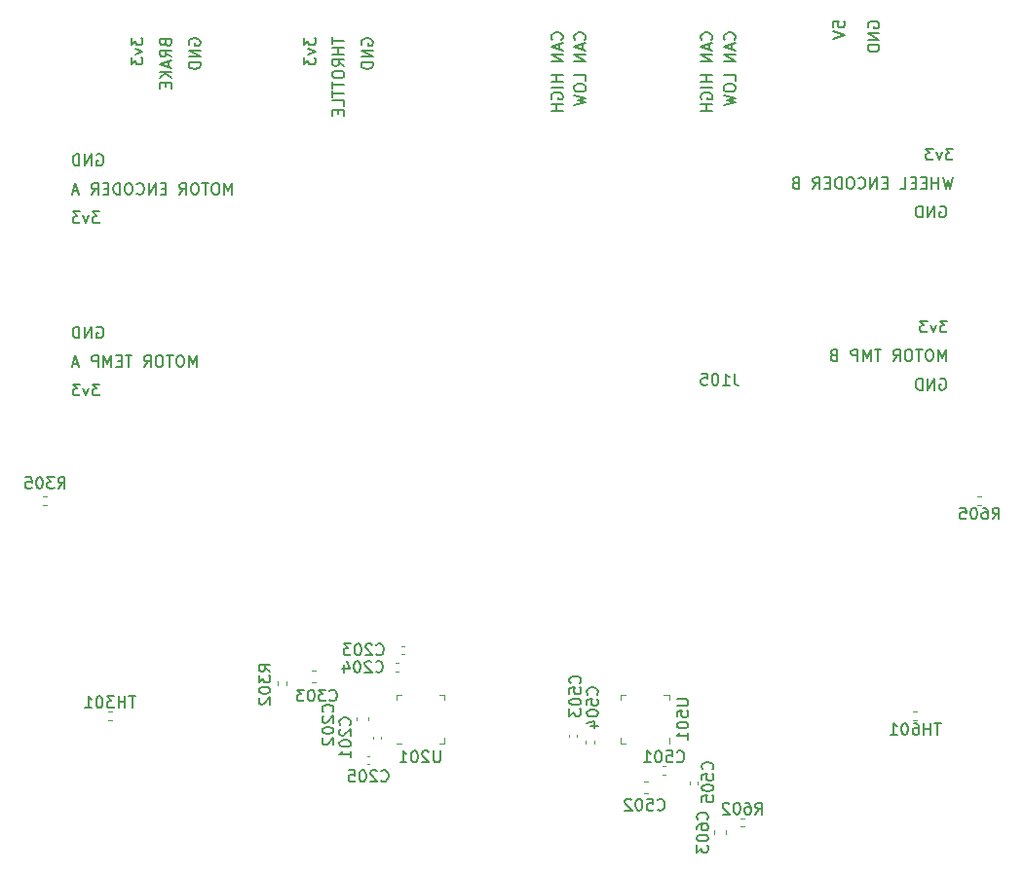
<source format=gbr>
%TF.GenerationSoftware,KiCad,Pcbnew,8.0.3*%
%TF.CreationDate,2024-07-05T23:28:03-07:00*%
%TF.ProjectId,go-kart-esc,676f2d6b-6172-4742-9d65-73632e6b6963,rev?*%
%TF.SameCoordinates,Original*%
%TF.FileFunction,Legend,Bot*%
%TF.FilePolarity,Positive*%
%FSLAX46Y46*%
G04 Gerber Fmt 4.6, Leading zero omitted, Abs format (unit mm)*
G04 Created by KiCad (PCBNEW 8.0.3) date 2024-07-05 23:28:03*
%MOMM*%
%LPD*%
G01*
G04 APERTURE LIST*
%ADD10C,0.150000*%
%ADD11C,0.120000*%
G04 APERTURE END LIST*
D10*
X84274580Y-27408207D02*
X84322200Y-27360588D01*
X84322200Y-27360588D02*
X84369819Y-27217731D01*
X84369819Y-27217731D02*
X84369819Y-27122493D01*
X84369819Y-27122493D02*
X84322200Y-26979636D01*
X84322200Y-26979636D02*
X84226961Y-26884398D01*
X84226961Y-26884398D02*
X84131723Y-26836779D01*
X84131723Y-26836779D02*
X83941247Y-26789160D01*
X83941247Y-26789160D02*
X83798390Y-26789160D01*
X83798390Y-26789160D02*
X83607914Y-26836779D01*
X83607914Y-26836779D02*
X83512676Y-26884398D01*
X83512676Y-26884398D02*
X83417438Y-26979636D01*
X83417438Y-26979636D02*
X83369819Y-27122493D01*
X83369819Y-27122493D02*
X83369819Y-27217731D01*
X83369819Y-27217731D02*
X83417438Y-27360588D01*
X83417438Y-27360588D02*
X83465057Y-27408207D01*
X84084104Y-27789160D02*
X84084104Y-28265350D01*
X84369819Y-27693922D02*
X83369819Y-28027255D01*
X83369819Y-28027255D02*
X84369819Y-28360588D01*
X84369819Y-28693922D02*
X83369819Y-28693922D01*
X83369819Y-28693922D02*
X84369819Y-29265350D01*
X84369819Y-29265350D02*
X83369819Y-29265350D01*
X84369819Y-30979636D02*
X84369819Y-30503446D01*
X84369819Y-30503446D02*
X83369819Y-30503446D01*
X83369819Y-31503446D02*
X83369819Y-31693922D01*
X83369819Y-31693922D02*
X83417438Y-31789160D01*
X83417438Y-31789160D02*
X83512676Y-31884398D01*
X83512676Y-31884398D02*
X83703152Y-31932017D01*
X83703152Y-31932017D02*
X84036485Y-31932017D01*
X84036485Y-31932017D02*
X84226961Y-31884398D01*
X84226961Y-31884398D02*
X84322200Y-31789160D01*
X84322200Y-31789160D02*
X84369819Y-31693922D01*
X84369819Y-31693922D02*
X84369819Y-31503446D01*
X84369819Y-31503446D02*
X84322200Y-31408208D01*
X84322200Y-31408208D02*
X84226961Y-31312970D01*
X84226961Y-31312970D02*
X84036485Y-31265351D01*
X84036485Y-31265351D02*
X83703152Y-31265351D01*
X83703152Y-31265351D02*
X83512676Y-31312970D01*
X83512676Y-31312970D02*
X83417438Y-31408208D01*
X83417438Y-31408208D02*
X83369819Y-31503446D01*
X83369819Y-32265351D02*
X84369819Y-32503446D01*
X84369819Y-32503446D02*
X83655533Y-32693922D01*
X83655533Y-32693922D02*
X84369819Y-32884398D01*
X84369819Y-32884398D02*
X83369819Y-33122494D01*
X102139411Y-56917438D02*
X102234649Y-56869819D01*
X102234649Y-56869819D02*
X102377506Y-56869819D01*
X102377506Y-56869819D02*
X102520363Y-56917438D01*
X102520363Y-56917438D02*
X102615601Y-57012676D01*
X102615601Y-57012676D02*
X102663220Y-57107914D01*
X102663220Y-57107914D02*
X102710839Y-57298390D01*
X102710839Y-57298390D02*
X102710839Y-57441247D01*
X102710839Y-57441247D02*
X102663220Y-57631723D01*
X102663220Y-57631723D02*
X102615601Y-57726961D01*
X102615601Y-57726961D02*
X102520363Y-57822200D01*
X102520363Y-57822200D02*
X102377506Y-57869819D01*
X102377506Y-57869819D02*
X102282268Y-57869819D01*
X102282268Y-57869819D02*
X102139411Y-57822200D01*
X102139411Y-57822200D02*
X102091792Y-57774580D01*
X102091792Y-57774580D02*
X102091792Y-57441247D01*
X102091792Y-57441247D02*
X102282268Y-57441247D01*
X101663220Y-57869819D02*
X101663220Y-56869819D01*
X101663220Y-56869819D02*
X101091792Y-57869819D01*
X101091792Y-57869819D02*
X101091792Y-56869819D01*
X100615601Y-57869819D02*
X100615601Y-56869819D01*
X100615601Y-56869819D02*
X100377506Y-56869819D01*
X100377506Y-56869819D02*
X100234649Y-56917438D01*
X100234649Y-56917438D02*
X100139411Y-57012676D01*
X100139411Y-57012676D02*
X100091792Y-57107914D01*
X100091792Y-57107914D02*
X100044173Y-57298390D01*
X100044173Y-57298390D02*
X100044173Y-57441247D01*
X100044173Y-57441247D02*
X100091792Y-57631723D01*
X100091792Y-57631723D02*
X100139411Y-57726961D01*
X100139411Y-57726961D02*
X100234649Y-57822200D01*
X100234649Y-57822200D02*
X100377506Y-57869819D01*
X100377506Y-57869819D02*
X100615601Y-57869819D01*
X103258458Y-36869819D02*
X102639411Y-36869819D01*
X102639411Y-36869819D02*
X102972744Y-37250771D01*
X102972744Y-37250771D02*
X102829887Y-37250771D01*
X102829887Y-37250771D02*
X102734649Y-37298390D01*
X102734649Y-37298390D02*
X102687030Y-37346009D01*
X102687030Y-37346009D02*
X102639411Y-37441247D01*
X102639411Y-37441247D02*
X102639411Y-37679342D01*
X102639411Y-37679342D02*
X102687030Y-37774580D01*
X102687030Y-37774580D02*
X102734649Y-37822200D01*
X102734649Y-37822200D02*
X102829887Y-37869819D01*
X102829887Y-37869819D02*
X103115601Y-37869819D01*
X103115601Y-37869819D02*
X103210839Y-37822200D01*
X103210839Y-37822200D02*
X103258458Y-37774580D01*
X102306077Y-37203152D02*
X102067982Y-37869819D01*
X102067982Y-37869819D02*
X101829887Y-37203152D01*
X101544172Y-36869819D02*
X100925125Y-36869819D01*
X100925125Y-36869819D02*
X101258458Y-37250771D01*
X101258458Y-37250771D02*
X101115601Y-37250771D01*
X101115601Y-37250771D02*
X101020363Y-37298390D01*
X101020363Y-37298390D02*
X100972744Y-37346009D01*
X100972744Y-37346009D02*
X100925125Y-37441247D01*
X100925125Y-37441247D02*
X100925125Y-37679342D01*
X100925125Y-37679342D02*
X100972744Y-37774580D01*
X100972744Y-37774580D02*
X101020363Y-37822200D01*
X101020363Y-37822200D02*
X101115601Y-37869819D01*
X101115601Y-37869819D02*
X101401315Y-37869819D01*
X101401315Y-37869819D02*
X101496553Y-37822200D01*
X101496553Y-37822200D02*
X101544172Y-37774580D01*
X40646303Y-40869819D02*
X40646303Y-39869819D01*
X40646303Y-39869819D02*
X40312970Y-40584104D01*
X40312970Y-40584104D02*
X39979637Y-39869819D01*
X39979637Y-39869819D02*
X39979637Y-40869819D01*
X39312970Y-39869819D02*
X39122494Y-39869819D01*
X39122494Y-39869819D02*
X39027256Y-39917438D01*
X39027256Y-39917438D02*
X38932018Y-40012676D01*
X38932018Y-40012676D02*
X38884399Y-40203152D01*
X38884399Y-40203152D02*
X38884399Y-40536485D01*
X38884399Y-40536485D02*
X38932018Y-40726961D01*
X38932018Y-40726961D02*
X39027256Y-40822200D01*
X39027256Y-40822200D02*
X39122494Y-40869819D01*
X39122494Y-40869819D02*
X39312970Y-40869819D01*
X39312970Y-40869819D02*
X39408208Y-40822200D01*
X39408208Y-40822200D02*
X39503446Y-40726961D01*
X39503446Y-40726961D02*
X39551065Y-40536485D01*
X39551065Y-40536485D02*
X39551065Y-40203152D01*
X39551065Y-40203152D02*
X39503446Y-40012676D01*
X39503446Y-40012676D02*
X39408208Y-39917438D01*
X39408208Y-39917438D02*
X39312970Y-39869819D01*
X38598684Y-39869819D02*
X38027256Y-39869819D01*
X38312970Y-40869819D02*
X38312970Y-39869819D01*
X37503446Y-39869819D02*
X37312970Y-39869819D01*
X37312970Y-39869819D02*
X37217732Y-39917438D01*
X37217732Y-39917438D02*
X37122494Y-40012676D01*
X37122494Y-40012676D02*
X37074875Y-40203152D01*
X37074875Y-40203152D02*
X37074875Y-40536485D01*
X37074875Y-40536485D02*
X37122494Y-40726961D01*
X37122494Y-40726961D02*
X37217732Y-40822200D01*
X37217732Y-40822200D02*
X37312970Y-40869819D01*
X37312970Y-40869819D02*
X37503446Y-40869819D01*
X37503446Y-40869819D02*
X37598684Y-40822200D01*
X37598684Y-40822200D02*
X37693922Y-40726961D01*
X37693922Y-40726961D02*
X37741541Y-40536485D01*
X37741541Y-40536485D02*
X37741541Y-40203152D01*
X37741541Y-40203152D02*
X37693922Y-40012676D01*
X37693922Y-40012676D02*
X37598684Y-39917438D01*
X37598684Y-39917438D02*
X37503446Y-39869819D01*
X36074875Y-40869819D02*
X36408208Y-40393628D01*
X36646303Y-40869819D02*
X36646303Y-39869819D01*
X36646303Y-39869819D02*
X36265351Y-39869819D01*
X36265351Y-39869819D02*
X36170113Y-39917438D01*
X36170113Y-39917438D02*
X36122494Y-39965057D01*
X36122494Y-39965057D02*
X36074875Y-40060295D01*
X36074875Y-40060295D02*
X36074875Y-40203152D01*
X36074875Y-40203152D02*
X36122494Y-40298390D01*
X36122494Y-40298390D02*
X36170113Y-40346009D01*
X36170113Y-40346009D02*
X36265351Y-40393628D01*
X36265351Y-40393628D02*
X36646303Y-40393628D01*
X34884398Y-40346009D02*
X34551065Y-40346009D01*
X34408208Y-40869819D02*
X34884398Y-40869819D01*
X34884398Y-40869819D02*
X34884398Y-39869819D01*
X34884398Y-39869819D02*
X34408208Y-39869819D01*
X33979636Y-40869819D02*
X33979636Y-39869819D01*
X33979636Y-39869819D02*
X33408208Y-40869819D01*
X33408208Y-40869819D02*
X33408208Y-39869819D01*
X32360589Y-40774580D02*
X32408208Y-40822200D01*
X32408208Y-40822200D02*
X32551065Y-40869819D01*
X32551065Y-40869819D02*
X32646303Y-40869819D01*
X32646303Y-40869819D02*
X32789160Y-40822200D01*
X32789160Y-40822200D02*
X32884398Y-40726961D01*
X32884398Y-40726961D02*
X32932017Y-40631723D01*
X32932017Y-40631723D02*
X32979636Y-40441247D01*
X32979636Y-40441247D02*
X32979636Y-40298390D01*
X32979636Y-40298390D02*
X32932017Y-40107914D01*
X32932017Y-40107914D02*
X32884398Y-40012676D01*
X32884398Y-40012676D02*
X32789160Y-39917438D01*
X32789160Y-39917438D02*
X32646303Y-39869819D01*
X32646303Y-39869819D02*
X32551065Y-39869819D01*
X32551065Y-39869819D02*
X32408208Y-39917438D01*
X32408208Y-39917438D02*
X32360589Y-39965057D01*
X31741541Y-39869819D02*
X31551065Y-39869819D01*
X31551065Y-39869819D02*
X31455827Y-39917438D01*
X31455827Y-39917438D02*
X31360589Y-40012676D01*
X31360589Y-40012676D02*
X31312970Y-40203152D01*
X31312970Y-40203152D02*
X31312970Y-40536485D01*
X31312970Y-40536485D02*
X31360589Y-40726961D01*
X31360589Y-40726961D02*
X31455827Y-40822200D01*
X31455827Y-40822200D02*
X31551065Y-40869819D01*
X31551065Y-40869819D02*
X31741541Y-40869819D01*
X31741541Y-40869819D02*
X31836779Y-40822200D01*
X31836779Y-40822200D02*
X31932017Y-40726961D01*
X31932017Y-40726961D02*
X31979636Y-40536485D01*
X31979636Y-40536485D02*
X31979636Y-40203152D01*
X31979636Y-40203152D02*
X31932017Y-40012676D01*
X31932017Y-40012676D02*
X31836779Y-39917438D01*
X31836779Y-39917438D02*
X31741541Y-39869819D01*
X30884398Y-40869819D02*
X30884398Y-39869819D01*
X30884398Y-39869819D02*
X30646303Y-39869819D01*
X30646303Y-39869819D02*
X30503446Y-39917438D01*
X30503446Y-39917438D02*
X30408208Y-40012676D01*
X30408208Y-40012676D02*
X30360589Y-40107914D01*
X30360589Y-40107914D02*
X30312970Y-40298390D01*
X30312970Y-40298390D02*
X30312970Y-40441247D01*
X30312970Y-40441247D02*
X30360589Y-40631723D01*
X30360589Y-40631723D02*
X30408208Y-40726961D01*
X30408208Y-40726961D02*
X30503446Y-40822200D01*
X30503446Y-40822200D02*
X30646303Y-40869819D01*
X30646303Y-40869819D02*
X30884398Y-40869819D01*
X29884398Y-40346009D02*
X29551065Y-40346009D01*
X29408208Y-40869819D02*
X29884398Y-40869819D01*
X29884398Y-40869819D02*
X29884398Y-39869819D01*
X29884398Y-39869819D02*
X29408208Y-39869819D01*
X28408208Y-40869819D02*
X28741541Y-40393628D01*
X28979636Y-40869819D02*
X28979636Y-39869819D01*
X28979636Y-39869819D02*
X28598684Y-39869819D01*
X28598684Y-39869819D02*
X28503446Y-39917438D01*
X28503446Y-39917438D02*
X28455827Y-39965057D01*
X28455827Y-39965057D02*
X28408208Y-40060295D01*
X28408208Y-40060295D02*
X28408208Y-40203152D01*
X28408208Y-40203152D02*
X28455827Y-40298390D01*
X28455827Y-40298390D02*
X28503446Y-40346009D01*
X28503446Y-40346009D02*
X28598684Y-40393628D01*
X28598684Y-40393628D02*
X28979636Y-40393628D01*
X27265350Y-40584104D02*
X26789160Y-40584104D01*
X27360588Y-40869819D02*
X27027255Y-39869819D01*
X27027255Y-39869819D02*
X26693922Y-40869819D01*
X102139411Y-41917438D02*
X102234649Y-41869819D01*
X102234649Y-41869819D02*
X102377506Y-41869819D01*
X102377506Y-41869819D02*
X102520363Y-41917438D01*
X102520363Y-41917438D02*
X102615601Y-42012676D01*
X102615601Y-42012676D02*
X102663220Y-42107914D01*
X102663220Y-42107914D02*
X102710839Y-42298390D01*
X102710839Y-42298390D02*
X102710839Y-42441247D01*
X102710839Y-42441247D02*
X102663220Y-42631723D01*
X102663220Y-42631723D02*
X102615601Y-42726961D01*
X102615601Y-42726961D02*
X102520363Y-42822200D01*
X102520363Y-42822200D02*
X102377506Y-42869819D01*
X102377506Y-42869819D02*
X102282268Y-42869819D01*
X102282268Y-42869819D02*
X102139411Y-42822200D01*
X102139411Y-42822200D02*
X102091792Y-42774580D01*
X102091792Y-42774580D02*
X102091792Y-42441247D01*
X102091792Y-42441247D02*
X102282268Y-42441247D01*
X101663220Y-42869819D02*
X101663220Y-41869819D01*
X101663220Y-41869819D02*
X101091792Y-42869819D01*
X101091792Y-42869819D02*
X101091792Y-41869819D01*
X100615601Y-42869819D02*
X100615601Y-41869819D01*
X100615601Y-41869819D02*
X100377506Y-41869819D01*
X100377506Y-41869819D02*
X100234649Y-41917438D01*
X100234649Y-41917438D02*
X100139411Y-42012676D01*
X100139411Y-42012676D02*
X100091792Y-42107914D01*
X100091792Y-42107914D02*
X100044173Y-42298390D01*
X100044173Y-42298390D02*
X100044173Y-42441247D01*
X100044173Y-42441247D02*
X100091792Y-42631723D01*
X100091792Y-42631723D02*
X100139411Y-42726961D01*
X100139411Y-42726961D02*
X100234649Y-42822200D01*
X100234649Y-42822200D02*
X100377506Y-42869819D01*
X100377506Y-42869819D02*
X100615601Y-42869819D01*
X29122493Y-57369819D02*
X28503446Y-57369819D01*
X28503446Y-57369819D02*
X28836779Y-57750771D01*
X28836779Y-57750771D02*
X28693922Y-57750771D01*
X28693922Y-57750771D02*
X28598684Y-57798390D01*
X28598684Y-57798390D02*
X28551065Y-57846009D01*
X28551065Y-57846009D02*
X28503446Y-57941247D01*
X28503446Y-57941247D02*
X28503446Y-58179342D01*
X28503446Y-58179342D02*
X28551065Y-58274580D01*
X28551065Y-58274580D02*
X28598684Y-58322200D01*
X28598684Y-58322200D02*
X28693922Y-58369819D01*
X28693922Y-58369819D02*
X28979636Y-58369819D01*
X28979636Y-58369819D02*
X29074874Y-58322200D01*
X29074874Y-58322200D02*
X29122493Y-58274580D01*
X28170112Y-57703152D02*
X27932017Y-58369819D01*
X27932017Y-58369819D02*
X27693922Y-57703152D01*
X27408207Y-57369819D02*
X26789160Y-57369819D01*
X26789160Y-57369819D02*
X27122493Y-57750771D01*
X27122493Y-57750771D02*
X26979636Y-57750771D01*
X26979636Y-57750771D02*
X26884398Y-57798390D01*
X26884398Y-57798390D02*
X26836779Y-57846009D01*
X26836779Y-57846009D02*
X26789160Y-57941247D01*
X26789160Y-57941247D02*
X26789160Y-58179342D01*
X26789160Y-58179342D02*
X26836779Y-58274580D01*
X26836779Y-58274580D02*
X26884398Y-58322200D01*
X26884398Y-58322200D02*
X26979636Y-58369819D01*
X26979636Y-58369819D02*
X27265350Y-58369819D01*
X27265350Y-58369819D02*
X27360588Y-58322200D01*
X27360588Y-58322200D02*
X27408207Y-58274580D01*
X69274580Y-27408207D02*
X69322200Y-27360588D01*
X69322200Y-27360588D02*
X69369819Y-27217731D01*
X69369819Y-27217731D02*
X69369819Y-27122493D01*
X69369819Y-27122493D02*
X69322200Y-26979636D01*
X69322200Y-26979636D02*
X69226961Y-26884398D01*
X69226961Y-26884398D02*
X69131723Y-26836779D01*
X69131723Y-26836779D02*
X68941247Y-26789160D01*
X68941247Y-26789160D02*
X68798390Y-26789160D01*
X68798390Y-26789160D02*
X68607914Y-26836779D01*
X68607914Y-26836779D02*
X68512676Y-26884398D01*
X68512676Y-26884398D02*
X68417438Y-26979636D01*
X68417438Y-26979636D02*
X68369819Y-27122493D01*
X68369819Y-27122493D02*
X68369819Y-27217731D01*
X68369819Y-27217731D02*
X68417438Y-27360588D01*
X68417438Y-27360588D02*
X68465057Y-27408207D01*
X69084104Y-27789160D02*
X69084104Y-28265350D01*
X69369819Y-27693922D02*
X68369819Y-28027255D01*
X68369819Y-28027255D02*
X69369819Y-28360588D01*
X69369819Y-28693922D02*
X68369819Y-28693922D01*
X68369819Y-28693922D02*
X69369819Y-29265350D01*
X69369819Y-29265350D02*
X68369819Y-29265350D01*
X69369819Y-30503446D02*
X68369819Y-30503446D01*
X68846009Y-30503446D02*
X68846009Y-31074874D01*
X69369819Y-31074874D02*
X68369819Y-31074874D01*
X69369819Y-31551065D02*
X68369819Y-31551065D01*
X68417438Y-32551064D02*
X68369819Y-32455826D01*
X68369819Y-32455826D02*
X68369819Y-32312969D01*
X68369819Y-32312969D02*
X68417438Y-32170112D01*
X68417438Y-32170112D02*
X68512676Y-32074874D01*
X68512676Y-32074874D02*
X68607914Y-32027255D01*
X68607914Y-32027255D02*
X68798390Y-31979636D01*
X68798390Y-31979636D02*
X68941247Y-31979636D01*
X68941247Y-31979636D02*
X69131723Y-32027255D01*
X69131723Y-32027255D02*
X69226961Y-32074874D01*
X69226961Y-32074874D02*
X69322200Y-32170112D01*
X69322200Y-32170112D02*
X69369819Y-32312969D01*
X69369819Y-32312969D02*
X69369819Y-32408207D01*
X69369819Y-32408207D02*
X69322200Y-32551064D01*
X69322200Y-32551064D02*
X69274580Y-32598683D01*
X69274580Y-32598683D02*
X68941247Y-32598683D01*
X68941247Y-32598683D02*
X68941247Y-32408207D01*
X69369819Y-33027255D02*
X68369819Y-33027255D01*
X68846009Y-33027255D02*
X68846009Y-33598683D01*
X69369819Y-33598683D02*
X68369819Y-33598683D01*
X71274580Y-27408207D02*
X71322200Y-27360588D01*
X71322200Y-27360588D02*
X71369819Y-27217731D01*
X71369819Y-27217731D02*
X71369819Y-27122493D01*
X71369819Y-27122493D02*
X71322200Y-26979636D01*
X71322200Y-26979636D02*
X71226961Y-26884398D01*
X71226961Y-26884398D02*
X71131723Y-26836779D01*
X71131723Y-26836779D02*
X70941247Y-26789160D01*
X70941247Y-26789160D02*
X70798390Y-26789160D01*
X70798390Y-26789160D02*
X70607914Y-26836779D01*
X70607914Y-26836779D02*
X70512676Y-26884398D01*
X70512676Y-26884398D02*
X70417438Y-26979636D01*
X70417438Y-26979636D02*
X70369819Y-27122493D01*
X70369819Y-27122493D02*
X70369819Y-27217731D01*
X70369819Y-27217731D02*
X70417438Y-27360588D01*
X70417438Y-27360588D02*
X70465057Y-27408207D01*
X71084104Y-27789160D02*
X71084104Y-28265350D01*
X71369819Y-27693922D02*
X70369819Y-28027255D01*
X70369819Y-28027255D02*
X71369819Y-28360588D01*
X71369819Y-28693922D02*
X70369819Y-28693922D01*
X70369819Y-28693922D02*
X71369819Y-29265350D01*
X71369819Y-29265350D02*
X70369819Y-29265350D01*
X71369819Y-30979636D02*
X71369819Y-30503446D01*
X71369819Y-30503446D02*
X70369819Y-30503446D01*
X70369819Y-31503446D02*
X70369819Y-31693922D01*
X70369819Y-31693922D02*
X70417438Y-31789160D01*
X70417438Y-31789160D02*
X70512676Y-31884398D01*
X70512676Y-31884398D02*
X70703152Y-31932017D01*
X70703152Y-31932017D02*
X71036485Y-31932017D01*
X71036485Y-31932017D02*
X71226961Y-31884398D01*
X71226961Y-31884398D02*
X71322200Y-31789160D01*
X71322200Y-31789160D02*
X71369819Y-31693922D01*
X71369819Y-31693922D02*
X71369819Y-31503446D01*
X71369819Y-31503446D02*
X71322200Y-31408208D01*
X71322200Y-31408208D02*
X71226961Y-31312970D01*
X71226961Y-31312970D02*
X71036485Y-31265351D01*
X71036485Y-31265351D02*
X70703152Y-31265351D01*
X70703152Y-31265351D02*
X70512676Y-31312970D01*
X70512676Y-31312970D02*
X70417438Y-31408208D01*
X70417438Y-31408208D02*
X70369819Y-31503446D01*
X70369819Y-32265351D02*
X71369819Y-32503446D01*
X71369819Y-32503446D02*
X70655533Y-32693922D01*
X70655533Y-32693922D02*
X71369819Y-32884398D01*
X71369819Y-32884398D02*
X70369819Y-33122494D01*
X46869819Y-27241541D02*
X46869819Y-27860588D01*
X46869819Y-27860588D02*
X47250771Y-27527255D01*
X47250771Y-27527255D02*
X47250771Y-27670112D01*
X47250771Y-27670112D02*
X47298390Y-27765350D01*
X47298390Y-27765350D02*
X47346009Y-27812969D01*
X47346009Y-27812969D02*
X47441247Y-27860588D01*
X47441247Y-27860588D02*
X47679342Y-27860588D01*
X47679342Y-27860588D02*
X47774580Y-27812969D01*
X47774580Y-27812969D02*
X47822200Y-27765350D01*
X47822200Y-27765350D02*
X47869819Y-27670112D01*
X47869819Y-27670112D02*
X47869819Y-27384398D01*
X47869819Y-27384398D02*
X47822200Y-27289160D01*
X47822200Y-27289160D02*
X47774580Y-27241541D01*
X47203152Y-28193922D02*
X47869819Y-28432017D01*
X47869819Y-28432017D02*
X47203152Y-28670112D01*
X46869819Y-28955827D02*
X46869819Y-29574874D01*
X46869819Y-29574874D02*
X47250771Y-29241541D01*
X47250771Y-29241541D02*
X47250771Y-29384398D01*
X47250771Y-29384398D02*
X47298390Y-29479636D01*
X47298390Y-29479636D02*
X47346009Y-29527255D01*
X47346009Y-29527255D02*
X47441247Y-29574874D01*
X47441247Y-29574874D02*
X47679342Y-29574874D01*
X47679342Y-29574874D02*
X47774580Y-29527255D01*
X47774580Y-29527255D02*
X47822200Y-29479636D01*
X47822200Y-29479636D02*
X47869819Y-29384398D01*
X47869819Y-29384398D02*
X47869819Y-29098684D01*
X47869819Y-29098684D02*
X47822200Y-29003446D01*
X47822200Y-29003446D02*
X47774580Y-28955827D01*
X28884398Y-37417438D02*
X28979636Y-37369819D01*
X28979636Y-37369819D02*
X29122493Y-37369819D01*
X29122493Y-37369819D02*
X29265350Y-37417438D01*
X29265350Y-37417438D02*
X29360588Y-37512676D01*
X29360588Y-37512676D02*
X29408207Y-37607914D01*
X29408207Y-37607914D02*
X29455826Y-37798390D01*
X29455826Y-37798390D02*
X29455826Y-37941247D01*
X29455826Y-37941247D02*
X29408207Y-38131723D01*
X29408207Y-38131723D02*
X29360588Y-38226961D01*
X29360588Y-38226961D02*
X29265350Y-38322200D01*
X29265350Y-38322200D02*
X29122493Y-38369819D01*
X29122493Y-38369819D02*
X29027255Y-38369819D01*
X29027255Y-38369819D02*
X28884398Y-38322200D01*
X28884398Y-38322200D02*
X28836779Y-38274580D01*
X28836779Y-38274580D02*
X28836779Y-37941247D01*
X28836779Y-37941247D02*
X29027255Y-37941247D01*
X28408207Y-38369819D02*
X28408207Y-37369819D01*
X28408207Y-37369819D02*
X27836779Y-38369819D01*
X27836779Y-38369819D02*
X27836779Y-37369819D01*
X27360588Y-38369819D02*
X27360588Y-37369819D01*
X27360588Y-37369819D02*
X27122493Y-37369819D01*
X27122493Y-37369819D02*
X26979636Y-37417438D01*
X26979636Y-37417438D02*
X26884398Y-37512676D01*
X26884398Y-37512676D02*
X26836779Y-37607914D01*
X26836779Y-37607914D02*
X26789160Y-37798390D01*
X26789160Y-37798390D02*
X26789160Y-37941247D01*
X26789160Y-37941247D02*
X26836779Y-38131723D01*
X26836779Y-38131723D02*
X26884398Y-38226961D01*
X26884398Y-38226961D02*
X26979636Y-38322200D01*
X26979636Y-38322200D02*
X27122493Y-38369819D01*
X27122493Y-38369819D02*
X27360588Y-38369819D01*
X37551065Y-55869819D02*
X37551065Y-54869819D01*
X37551065Y-54869819D02*
X37217732Y-55584104D01*
X37217732Y-55584104D02*
X36884399Y-54869819D01*
X36884399Y-54869819D02*
X36884399Y-55869819D01*
X36217732Y-54869819D02*
X36027256Y-54869819D01*
X36027256Y-54869819D02*
X35932018Y-54917438D01*
X35932018Y-54917438D02*
X35836780Y-55012676D01*
X35836780Y-55012676D02*
X35789161Y-55203152D01*
X35789161Y-55203152D02*
X35789161Y-55536485D01*
X35789161Y-55536485D02*
X35836780Y-55726961D01*
X35836780Y-55726961D02*
X35932018Y-55822200D01*
X35932018Y-55822200D02*
X36027256Y-55869819D01*
X36027256Y-55869819D02*
X36217732Y-55869819D01*
X36217732Y-55869819D02*
X36312970Y-55822200D01*
X36312970Y-55822200D02*
X36408208Y-55726961D01*
X36408208Y-55726961D02*
X36455827Y-55536485D01*
X36455827Y-55536485D02*
X36455827Y-55203152D01*
X36455827Y-55203152D02*
X36408208Y-55012676D01*
X36408208Y-55012676D02*
X36312970Y-54917438D01*
X36312970Y-54917438D02*
X36217732Y-54869819D01*
X35503446Y-54869819D02*
X34932018Y-54869819D01*
X35217732Y-55869819D02*
X35217732Y-54869819D01*
X34408208Y-54869819D02*
X34217732Y-54869819D01*
X34217732Y-54869819D02*
X34122494Y-54917438D01*
X34122494Y-54917438D02*
X34027256Y-55012676D01*
X34027256Y-55012676D02*
X33979637Y-55203152D01*
X33979637Y-55203152D02*
X33979637Y-55536485D01*
X33979637Y-55536485D02*
X34027256Y-55726961D01*
X34027256Y-55726961D02*
X34122494Y-55822200D01*
X34122494Y-55822200D02*
X34217732Y-55869819D01*
X34217732Y-55869819D02*
X34408208Y-55869819D01*
X34408208Y-55869819D02*
X34503446Y-55822200D01*
X34503446Y-55822200D02*
X34598684Y-55726961D01*
X34598684Y-55726961D02*
X34646303Y-55536485D01*
X34646303Y-55536485D02*
X34646303Y-55203152D01*
X34646303Y-55203152D02*
X34598684Y-55012676D01*
X34598684Y-55012676D02*
X34503446Y-54917438D01*
X34503446Y-54917438D02*
X34408208Y-54869819D01*
X32979637Y-55869819D02*
X33312970Y-55393628D01*
X33551065Y-55869819D02*
X33551065Y-54869819D01*
X33551065Y-54869819D02*
X33170113Y-54869819D01*
X33170113Y-54869819D02*
X33074875Y-54917438D01*
X33074875Y-54917438D02*
X33027256Y-54965057D01*
X33027256Y-54965057D02*
X32979637Y-55060295D01*
X32979637Y-55060295D02*
X32979637Y-55203152D01*
X32979637Y-55203152D02*
X33027256Y-55298390D01*
X33027256Y-55298390D02*
X33074875Y-55346009D01*
X33074875Y-55346009D02*
X33170113Y-55393628D01*
X33170113Y-55393628D02*
X33551065Y-55393628D01*
X31932017Y-54869819D02*
X31360589Y-54869819D01*
X31646303Y-55869819D02*
X31646303Y-54869819D01*
X31027255Y-55346009D02*
X30693922Y-55346009D01*
X30551065Y-55869819D02*
X31027255Y-55869819D01*
X31027255Y-55869819D02*
X31027255Y-54869819D01*
X31027255Y-54869819D02*
X30551065Y-54869819D01*
X30122493Y-55869819D02*
X30122493Y-54869819D01*
X30122493Y-54869819D02*
X29789160Y-55584104D01*
X29789160Y-55584104D02*
X29455827Y-54869819D01*
X29455827Y-54869819D02*
X29455827Y-55869819D01*
X28979636Y-55869819D02*
X28979636Y-54869819D01*
X28979636Y-54869819D02*
X28598684Y-54869819D01*
X28598684Y-54869819D02*
X28503446Y-54917438D01*
X28503446Y-54917438D02*
X28455827Y-54965057D01*
X28455827Y-54965057D02*
X28408208Y-55060295D01*
X28408208Y-55060295D02*
X28408208Y-55203152D01*
X28408208Y-55203152D02*
X28455827Y-55298390D01*
X28455827Y-55298390D02*
X28503446Y-55346009D01*
X28503446Y-55346009D02*
X28598684Y-55393628D01*
X28598684Y-55393628D02*
X28979636Y-55393628D01*
X27265350Y-55584104D02*
X26789160Y-55584104D01*
X27360588Y-55869819D02*
X27027255Y-54869819D01*
X27027255Y-54869819D02*
X26693922Y-55869819D01*
X82274580Y-27408207D02*
X82322200Y-27360588D01*
X82322200Y-27360588D02*
X82369819Y-27217731D01*
X82369819Y-27217731D02*
X82369819Y-27122493D01*
X82369819Y-27122493D02*
X82322200Y-26979636D01*
X82322200Y-26979636D02*
X82226961Y-26884398D01*
X82226961Y-26884398D02*
X82131723Y-26836779D01*
X82131723Y-26836779D02*
X81941247Y-26789160D01*
X81941247Y-26789160D02*
X81798390Y-26789160D01*
X81798390Y-26789160D02*
X81607914Y-26836779D01*
X81607914Y-26836779D02*
X81512676Y-26884398D01*
X81512676Y-26884398D02*
X81417438Y-26979636D01*
X81417438Y-26979636D02*
X81369819Y-27122493D01*
X81369819Y-27122493D02*
X81369819Y-27217731D01*
X81369819Y-27217731D02*
X81417438Y-27360588D01*
X81417438Y-27360588D02*
X81465057Y-27408207D01*
X82084104Y-27789160D02*
X82084104Y-28265350D01*
X82369819Y-27693922D02*
X81369819Y-28027255D01*
X81369819Y-28027255D02*
X82369819Y-28360588D01*
X82369819Y-28693922D02*
X81369819Y-28693922D01*
X81369819Y-28693922D02*
X82369819Y-29265350D01*
X82369819Y-29265350D02*
X81369819Y-29265350D01*
X82369819Y-30503446D02*
X81369819Y-30503446D01*
X81846009Y-30503446D02*
X81846009Y-31074874D01*
X82369819Y-31074874D02*
X81369819Y-31074874D01*
X82369819Y-31551065D02*
X81369819Y-31551065D01*
X81417438Y-32551064D02*
X81369819Y-32455826D01*
X81369819Y-32455826D02*
X81369819Y-32312969D01*
X81369819Y-32312969D02*
X81417438Y-32170112D01*
X81417438Y-32170112D02*
X81512676Y-32074874D01*
X81512676Y-32074874D02*
X81607914Y-32027255D01*
X81607914Y-32027255D02*
X81798390Y-31979636D01*
X81798390Y-31979636D02*
X81941247Y-31979636D01*
X81941247Y-31979636D02*
X82131723Y-32027255D01*
X82131723Y-32027255D02*
X82226961Y-32074874D01*
X82226961Y-32074874D02*
X82322200Y-32170112D01*
X82322200Y-32170112D02*
X82369819Y-32312969D01*
X82369819Y-32312969D02*
X82369819Y-32408207D01*
X82369819Y-32408207D02*
X82322200Y-32551064D01*
X82322200Y-32551064D02*
X82274580Y-32598683D01*
X82274580Y-32598683D02*
X81941247Y-32598683D01*
X81941247Y-32598683D02*
X81941247Y-32408207D01*
X82369819Y-33027255D02*
X81369819Y-33027255D01*
X81846009Y-33027255D02*
X81846009Y-33598683D01*
X82369819Y-33598683D02*
X81369819Y-33598683D01*
X102758458Y-51869819D02*
X102139411Y-51869819D01*
X102139411Y-51869819D02*
X102472744Y-52250771D01*
X102472744Y-52250771D02*
X102329887Y-52250771D01*
X102329887Y-52250771D02*
X102234649Y-52298390D01*
X102234649Y-52298390D02*
X102187030Y-52346009D01*
X102187030Y-52346009D02*
X102139411Y-52441247D01*
X102139411Y-52441247D02*
X102139411Y-52679342D01*
X102139411Y-52679342D02*
X102187030Y-52774580D01*
X102187030Y-52774580D02*
X102234649Y-52822200D01*
X102234649Y-52822200D02*
X102329887Y-52869819D01*
X102329887Y-52869819D02*
X102615601Y-52869819D01*
X102615601Y-52869819D02*
X102710839Y-52822200D01*
X102710839Y-52822200D02*
X102758458Y-52774580D01*
X101806077Y-52203152D02*
X101567982Y-52869819D01*
X101567982Y-52869819D02*
X101329887Y-52203152D01*
X101044172Y-51869819D02*
X100425125Y-51869819D01*
X100425125Y-51869819D02*
X100758458Y-52250771D01*
X100758458Y-52250771D02*
X100615601Y-52250771D01*
X100615601Y-52250771D02*
X100520363Y-52298390D01*
X100520363Y-52298390D02*
X100472744Y-52346009D01*
X100472744Y-52346009D02*
X100425125Y-52441247D01*
X100425125Y-52441247D02*
X100425125Y-52679342D01*
X100425125Y-52679342D02*
X100472744Y-52774580D01*
X100472744Y-52774580D02*
X100520363Y-52822200D01*
X100520363Y-52822200D02*
X100615601Y-52869819D01*
X100615601Y-52869819D02*
X100901315Y-52869819D01*
X100901315Y-52869819D02*
X100996553Y-52822200D01*
X100996553Y-52822200D02*
X101044172Y-52774580D01*
X31869819Y-27241541D02*
X31869819Y-27860588D01*
X31869819Y-27860588D02*
X32250771Y-27527255D01*
X32250771Y-27527255D02*
X32250771Y-27670112D01*
X32250771Y-27670112D02*
X32298390Y-27765350D01*
X32298390Y-27765350D02*
X32346009Y-27812969D01*
X32346009Y-27812969D02*
X32441247Y-27860588D01*
X32441247Y-27860588D02*
X32679342Y-27860588D01*
X32679342Y-27860588D02*
X32774580Y-27812969D01*
X32774580Y-27812969D02*
X32822200Y-27765350D01*
X32822200Y-27765350D02*
X32869819Y-27670112D01*
X32869819Y-27670112D02*
X32869819Y-27384398D01*
X32869819Y-27384398D02*
X32822200Y-27289160D01*
X32822200Y-27289160D02*
X32774580Y-27241541D01*
X32203152Y-28193922D02*
X32869819Y-28432017D01*
X32869819Y-28432017D02*
X32203152Y-28670112D01*
X31869819Y-28955827D02*
X31869819Y-29574874D01*
X31869819Y-29574874D02*
X32250771Y-29241541D01*
X32250771Y-29241541D02*
X32250771Y-29384398D01*
X32250771Y-29384398D02*
X32298390Y-29479636D01*
X32298390Y-29479636D02*
X32346009Y-29527255D01*
X32346009Y-29527255D02*
X32441247Y-29574874D01*
X32441247Y-29574874D02*
X32679342Y-29574874D01*
X32679342Y-29574874D02*
X32774580Y-29527255D01*
X32774580Y-29527255D02*
X32822200Y-29479636D01*
X32822200Y-29479636D02*
X32869819Y-29384398D01*
X32869819Y-29384398D02*
X32869819Y-29098684D01*
X32869819Y-29098684D02*
X32822200Y-29003446D01*
X32822200Y-29003446D02*
X32774580Y-28955827D01*
X103258458Y-39369819D02*
X103020363Y-40369819D01*
X103020363Y-40369819D02*
X102829887Y-39655533D01*
X102829887Y-39655533D02*
X102639411Y-40369819D01*
X102639411Y-40369819D02*
X102401316Y-39369819D01*
X102020363Y-40369819D02*
X102020363Y-39369819D01*
X102020363Y-39846009D02*
X101448935Y-39846009D01*
X101448935Y-40369819D02*
X101448935Y-39369819D01*
X100972744Y-39846009D02*
X100639411Y-39846009D01*
X100496554Y-40369819D02*
X100972744Y-40369819D01*
X100972744Y-40369819D02*
X100972744Y-39369819D01*
X100972744Y-39369819D02*
X100496554Y-39369819D01*
X100067982Y-39846009D02*
X99734649Y-39846009D01*
X99591792Y-40369819D02*
X100067982Y-40369819D01*
X100067982Y-40369819D02*
X100067982Y-39369819D01*
X100067982Y-39369819D02*
X99591792Y-39369819D01*
X98687030Y-40369819D02*
X99163220Y-40369819D01*
X99163220Y-40369819D02*
X99163220Y-39369819D01*
X97591791Y-39846009D02*
X97258458Y-39846009D01*
X97115601Y-40369819D02*
X97591791Y-40369819D01*
X97591791Y-40369819D02*
X97591791Y-39369819D01*
X97591791Y-39369819D02*
X97115601Y-39369819D01*
X96687029Y-40369819D02*
X96687029Y-39369819D01*
X96687029Y-39369819D02*
X96115601Y-40369819D01*
X96115601Y-40369819D02*
X96115601Y-39369819D01*
X95067982Y-40274580D02*
X95115601Y-40322200D01*
X95115601Y-40322200D02*
X95258458Y-40369819D01*
X95258458Y-40369819D02*
X95353696Y-40369819D01*
X95353696Y-40369819D02*
X95496553Y-40322200D01*
X95496553Y-40322200D02*
X95591791Y-40226961D01*
X95591791Y-40226961D02*
X95639410Y-40131723D01*
X95639410Y-40131723D02*
X95687029Y-39941247D01*
X95687029Y-39941247D02*
X95687029Y-39798390D01*
X95687029Y-39798390D02*
X95639410Y-39607914D01*
X95639410Y-39607914D02*
X95591791Y-39512676D01*
X95591791Y-39512676D02*
X95496553Y-39417438D01*
X95496553Y-39417438D02*
X95353696Y-39369819D01*
X95353696Y-39369819D02*
X95258458Y-39369819D01*
X95258458Y-39369819D02*
X95115601Y-39417438D01*
X95115601Y-39417438D02*
X95067982Y-39465057D01*
X94448934Y-39369819D02*
X94258458Y-39369819D01*
X94258458Y-39369819D02*
X94163220Y-39417438D01*
X94163220Y-39417438D02*
X94067982Y-39512676D01*
X94067982Y-39512676D02*
X94020363Y-39703152D01*
X94020363Y-39703152D02*
X94020363Y-40036485D01*
X94020363Y-40036485D02*
X94067982Y-40226961D01*
X94067982Y-40226961D02*
X94163220Y-40322200D01*
X94163220Y-40322200D02*
X94258458Y-40369819D01*
X94258458Y-40369819D02*
X94448934Y-40369819D01*
X94448934Y-40369819D02*
X94544172Y-40322200D01*
X94544172Y-40322200D02*
X94639410Y-40226961D01*
X94639410Y-40226961D02*
X94687029Y-40036485D01*
X94687029Y-40036485D02*
X94687029Y-39703152D01*
X94687029Y-39703152D02*
X94639410Y-39512676D01*
X94639410Y-39512676D02*
X94544172Y-39417438D01*
X94544172Y-39417438D02*
X94448934Y-39369819D01*
X93591791Y-40369819D02*
X93591791Y-39369819D01*
X93591791Y-39369819D02*
X93353696Y-39369819D01*
X93353696Y-39369819D02*
X93210839Y-39417438D01*
X93210839Y-39417438D02*
X93115601Y-39512676D01*
X93115601Y-39512676D02*
X93067982Y-39607914D01*
X93067982Y-39607914D02*
X93020363Y-39798390D01*
X93020363Y-39798390D02*
X93020363Y-39941247D01*
X93020363Y-39941247D02*
X93067982Y-40131723D01*
X93067982Y-40131723D02*
X93115601Y-40226961D01*
X93115601Y-40226961D02*
X93210839Y-40322200D01*
X93210839Y-40322200D02*
X93353696Y-40369819D01*
X93353696Y-40369819D02*
X93591791Y-40369819D01*
X92591791Y-39846009D02*
X92258458Y-39846009D01*
X92115601Y-40369819D02*
X92591791Y-40369819D01*
X92591791Y-40369819D02*
X92591791Y-39369819D01*
X92591791Y-39369819D02*
X92115601Y-39369819D01*
X91115601Y-40369819D02*
X91448934Y-39893628D01*
X91687029Y-40369819D02*
X91687029Y-39369819D01*
X91687029Y-39369819D02*
X91306077Y-39369819D01*
X91306077Y-39369819D02*
X91210839Y-39417438D01*
X91210839Y-39417438D02*
X91163220Y-39465057D01*
X91163220Y-39465057D02*
X91115601Y-39560295D01*
X91115601Y-39560295D02*
X91115601Y-39703152D01*
X91115601Y-39703152D02*
X91163220Y-39798390D01*
X91163220Y-39798390D02*
X91210839Y-39846009D01*
X91210839Y-39846009D02*
X91306077Y-39893628D01*
X91306077Y-39893628D02*
X91687029Y-39893628D01*
X89591791Y-39846009D02*
X89448934Y-39893628D01*
X89448934Y-39893628D02*
X89401315Y-39941247D01*
X89401315Y-39941247D02*
X89353696Y-40036485D01*
X89353696Y-40036485D02*
X89353696Y-40179342D01*
X89353696Y-40179342D02*
X89401315Y-40274580D01*
X89401315Y-40274580D02*
X89448934Y-40322200D01*
X89448934Y-40322200D02*
X89544172Y-40369819D01*
X89544172Y-40369819D02*
X89925124Y-40369819D01*
X89925124Y-40369819D02*
X89925124Y-39369819D01*
X89925124Y-39369819D02*
X89591791Y-39369819D01*
X89591791Y-39369819D02*
X89496553Y-39417438D01*
X89496553Y-39417438D02*
X89448934Y-39465057D01*
X89448934Y-39465057D02*
X89401315Y-39560295D01*
X89401315Y-39560295D02*
X89401315Y-39655533D01*
X89401315Y-39655533D02*
X89448934Y-39750771D01*
X89448934Y-39750771D02*
X89496553Y-39798390D01*
X89496553Y-39798390D02*
X89591791Y-39846009D01*
X89591791Y-39846009D02*
X89925124Y-39846009D01*
X28884398Y-52417438D02*
X28979636Y-52369819D01*
X28979636Y-52369819D02*
X29122493Y-52369819D01*
X29122493Y-52369819D02*
X29265350Y-52417438D01*
X29265350Y-52417438D02*
X29360588Y-52512676D01*
X29360588Y-52512676D02*
X29408207Y-52607914D01*
X29408207Y-52607914D02*
X29455826Y-52798390D01*
X29455826Y-52798390D02*
X29455826Y-52941247D01*
X29455826Y-52941247D02*
X29408207Y-53131723D01*
X29408207Y-53131723D02*
X29360588Y-53226961D01*
X29360588Y-53226961D02*
X29265350Y-53322200D01*
X29265350Y-53322200D02*
X29122493Y-53369819D01*
X29122493Y-53369819D02*
X29027255Y-53369819D01*
X29027255Y-53369819D02*
X28884398Y-53322200D01*
X28884398Y-53322200D02*
X28836779Y-53274580D01*
X28836779Y-53274580D02*
X28836779Y-52941247D01*
X28836779Y-52941247D02*
X29027255Y-52941247D01*
X28408207Y-53369819D02*
X28408207Y-52369819D01*
X28408207Y-52369819D02*
X27836779Y-53369819D01*
X27836779Y-53369819D02*
X27836779Y-52369819D01*
X27360588Y-53369819D02*
X27360588Y-52369819D01*
X27360588Y-52369819D02*
X27122493Y-52369819D01*
X27122493Y-52369819D02*
X26979636Y-52417438D01*
X26979636Y-52417438D02*
X26884398Y-52512676D01*
X26884398Y-52512676D02*
X26836779Y-52607914D01*
X26836779Y-52607914D02*
X26789160Y-52798390D01*
X26789160Y-52798390D02*
X26789160Y-52941247D01*
X26789160Y-52941247D02*
X26836779Y-53131723D01*
X26836779Y-53131723D02*
X26884398Y-53226961D01*
X26884398Y-53226961D02*
X26979636Y-53322200D01*
X26979636Y-53322200D02*
X27122493Y-53369819D01*
X27122493Y-53369819D02*
X27360588Y-53369819D01*
X51917438Y-27860588D02*
X51869819Y-27765350D01*
X51869819Y-27765350D02*
X51869819Y-27622493D01*
X51869819Y-27622493D02*
X51917438Y-27479636D01*
X51917438Y-27479636D02*
X52012676Y-27384398D01*
X52012676Y-27384398D02*
X52107914Y-27336779D01*
X52107914Y-27336779D02*
X52298390Y-27289160D01*
X52298390Y-27289160D02*
X52441247Y-27289160D01*
X52441247Y-27289160D02*
X52631723Y-27336779D01*
X52631723Y-27336779D02*
X52726961Y-27384398D01*
X52726961Y-27384398D02*
X52822200Y-27479636D01*
X52822200Y-27479636D02*
X52869819Y-27622493D01*
X52869819Y-27622493D02*
X52869819Y-27717731D01*
X52869819Y-27717731D02*
X52822200Y-27860588D01*
X52822200Y-27860588D02*
X52774580Y-27908207D01*
X52774580Y-27908207D02*
X52441247Y-27908207D01*
X52441247Y-27908207D02*
X52441247Y-27717731D01*
X52869819Y-28336779D02*
X51869819Y-28336779D01*
X51869819Y-28336779D02*
X52869819Y-28908207D01*
X52869819Y-28908207D02*
X51869819Y-28908207D01*
X52869819Y-29384398D02*
X51869819Y-29384398D01*
X51869819Y-29384398D02*
X51869819Y-29622493D01*
X51869819Y-29622493D02*
X51917438Y-29765350D01*
X51917438Y-29765350D02*
X52012676Y-29860588D01*
X52012676Y-29860588D02*
X52107914Y-29908207D01*
X52107914Y-29908207D02*
X52298390Y-29955826D01*
X52298390Y-29955826D02*
X52441247Y-29955826D01*
X52441247Y-29955826D02*
X52631723Y-29908207D01*
X52631723Y-29908207D02*
X52726961Y-29860588D01*
X52726961Y-29860588D02*
X52822200Y-29765350D01*
X52822200Y-29765350D02*
X52869819Y-29622493D01*
X52869819Y-29622493D02*
X52869819Y-29384398D01*
X36917438Y-27860588D02*
X36869819Y-27765350D01*
X36869819Y-27765350D02*
X36869819Y-27622493D01*
X36869819Y-27622493D02*
X36917438Y-27479636D01*
X36917438Y-27479636D02*
X37012676Y-27384398D01*
X37012676Y-27384398D02*
X37107914Y-27336779D01*
X37107914Y-27336779D02*
X37298390Y-27289160D01*
X37298390Y-27289160D02*
X37441247Y-27289160D01*
X37441247Y-27289160D02*
X37631723Y-27336779D01*
X37631723Y-27336779D02*
X37726961Y-27384398D01*
X37726961Y-27384398D02*
X37822200Y-27479636D01*
X37822200Y-27479636D02*
X37869819Y-27622493D01*
X37869819Y-27622493D02*
X37869819Y-27717731D01*
X37869819Y-27717731D02*
X37822200Y-27860588D01*
X37822200Y-27860588D02*
X37774580Y-27908207D01*
X37774580Y-27908207D02*
X37441247Y-27908207D01*
X37441247Y-27908207D02*
X37441247Y-27717731D01*
X37869819Y-28336779D02*
X36869819Y-28336779D01*
X36869819Y-28336779D02*
X37869819Y-28908207D01*
X37869819Y-28908207D02*
X36869819Y-28908207D01*
X37869819Y-29384398D02*
X36869819Y-29384398D01*
X36869819Y-29384398D02*
X36869819Y-29622493D01*
X36869819Y-29622493D02*
X36917438Y-29765350D01*
X36917438Y-29765350D02*
X37012676Y-29860588D01*
X37012676Y-29860588D02*
X37107914Y-29908207D01*
X37107914Y-29908207D02*
X37298390Y-29955826D01*
X37298390Y-29955826D02*
X37441247Y-29955826D01*
X37441247Y-29955826D02*
X37631723Y-29908207D01*
X37631723Y-29908207D02*
X37726961Y-29860588D01*
X37726961Y-29860588D02*
X37822200Y-29765350D01*
X37822200Y-29765350D02*
X37869819Y-29622493D01*
X37869819Y-29622493D02*
X37869819Y-29384398D01*
X92869819Y-26312969D02*
X92869819Y-25836779D01*
X92869819Y-25836779D02*
X93346009Y-25789160D01*
X93346009Y-25789160D02*
X93298390Y-25836779D01*
X93298390Y-25836779D02*
X93250771Y-25932017D01*
X93250771Y-25932017D02*
X93250771Y-26170112D01*
X93250771Y-26170112D02*
X93298390Y-26265350D01*
X93298390Y-26265350D02*
X93346009Y-26312969D01*
X93346009Y-26312969D02*
X93441247Y-26360588D01*
X93441247Y-26360588D02*
X93679342Y-26360588D01*
X93679342Y-26360588D02*
X93774580Y-26312969D01*
X93774580Y-26312969D02*
X93822200Y-26265350D01*
X93822200Y-26265350D02*
X93869819Y-26170112D01*
X93869819Y-26170112D02*
X93869819Y-25932017D01*
X93869819Y-25932017D02*
X93822200Y-25836779D01*
X93822200Y-25836779D02*
X93774580Y-25789160D01*
X92869819Y-26646303D02*
X93869819Y-26979636D01*
X93869819Y-26979636D02*
X92869819Y-27312969D01*
X34846009Y-27670112D02*
X34893628Y-27812969D01*
X34893628Y-27812969D02*
X34941247Y-27860588D01*
X34941247Y-27860588D02*
X35036485Y-27908207D01*
X35036485Y-27908207D02*
X35179342Y-27908207D01*
X35179342Y-27908207D02*
X35274580Y-27860588D01*
X35274580Y-27860588D02*
X35322200Y-27812969D01*
X35322200Y-27812969D02*
X35369819Y-27717731D01*
X35369819Y-27717731D02*
X35369819Y-27336779D01*
X35369819Y-27336779D02*
X34369819Y-27336779D01*
X34369819Y-27336779D02*
X34369819Y-27670112D01*
X34369819Y-27670112D02*
X34417438Y-27765350D01*
X34417438Y-27765350D02*
X34465057Y-27812969D01*
X34465057Y-27812969D02*
X34560295Y-27860588D01*
X34560295Y-27860588D02*
X34655533Y-27860588D01*
X34655533Y-27860588D02*
X34750771Y-27812969D01*
X34750771Y-27812969D02*
X34798390Y-27765350D01*
X34798390Y-27765350D02*
X34846009Y-27670112D01*
X34846009Y-27670112D02*
X34846009Y-27336779D01*
X35369819Y-28908207D02*
X34893628Y-28574874D01*
X35369819Y-28336779D02*
X34369819Y-28336779D01*
X34369819Y-28336779D02*
X34369819Y-28717731D01*
X34369819Y-28717731D02*
X34417438Y-28812969D01*
X34417438Y-28812969D02*
X34465057Y-28860588D01*
X34465057Y-28860588D02*
X34560295Y-28908207D01*
X34560295Y-28908207D02*
X34703152Y-28908207D01*
X34703152Y-28908207D02*
X34798390Y-28860588D01*
X34798390Y-28860588D02*
X34846009Y-28812969D01*
X34846009Y-28812969D02*
X34893628Y-28717731D01*
X34893628Y-28717731D02*
X34893628Y-28336779D01*
X35084104Y-29289160D02*
X35084104Y-29765350D01*
X35369819Y-29193922D02*
X34369819Y-29527255D01*
X34369819Y-29527255D02*
X35369819Y-29860588D01*
X35369819Y-30193922D02*
X34369819Y-30193922D01*
X35369819Y-30765350D02*
X34798390Y-30336779D01*
X34369819Y-30765350D02*
X34941247Y-30193922D01*
X34846009Y-31193922D02*
X34846009Y-31527255D01*
X35369819Y-31670112D02*
X35369819Y-31193922D01*
X35369819Y-31193922D02*
X34369819Y-31193922D01*
X34369819Y-31193922D02*
X34369819Y-31670112D01*
X102663220Y-55369819D02*
X102663220Y-54369819D01*
X102663220Y-54369819D02*
X102329887Y-55084104D01*
X102329887Y-55084104D02*
X101996554Y-54369819D01*
X101996554Y-54369819D02*
X101996554Y-55369819D01*
X101329887Y-54369819D02*
X101139411Y-54369819D01*
X101139411Y-54369819D02*
X101044173Y-54417438D01*
X101044173Y-54417438D02*
X100948935Y-54512676D01*
X100948935Y-54512676D02*
X100901316Y-54703152D01*
X100901316Y-54703152D02*
X100901316Y-55036485D01*
X100901316Y-55036485D02*
X100948935Y-55226961D01*
X100948935Y-55226961D02*
X101044173Y-55322200D01*
X101044173Y-55322200D02*
X101139411Y-55369819D01*
X101139411Y-55369819D02*
X101329887Y-55369819D01*
X101329887Y-55369819D02*
X101425125Y-55322200D01*
X101425125Y-55322200D02*
X101520363Y-55226961D01*
X101520363Y-55226961D02*
X101567982Y-55036485D01*
X101567982Y-55036485D02*
X101567982Y-54703152D01*
X101567982Y-54703152D02*
X101520363Y-54512676D01*
X101520363Y-54512676D02*
X101425125Y-54417438D01*
X101425125Y-54417438D02*
X101329887Y-54369819D01*
X100615601Y-54369819D02*
X100044173Y-54369819D01*
X100329887Y-55369819D02*
X100329887Y-54369819D01*
X99520363Y-54369819D02*
X99329887Y-54369819D01*
X99329887Y-54369819D02*
X99234649Y-54417438D01*
X99234649Y-54417438D02*
X99139411Y-54512676D01*
X99139411Y-54512676D02*
X99091792Y-54703152D01*
X99091792Y-54703152D02*
X99091792Y-55036485D01*
X99091792Y-55036485D02*
X99139411Y-55226961D01*
X99139411Y-55226961D02*
X99234649Y-55322200D01*
X99234649Y-55322200D02*
X99329887Y-55369819D01*
X99329887Y-55369819D02*
X99520363Y-55369819D01*
X99520363Y-55369819D02*
X99615601Y-55322200D01*
X99615601Y-55322200D02*
X99710839Y-55226961D01*
X99710839Y-55226961D02*
X99758458Y-55036485D01*
X99758458Y-55036485D02*
X99758458Y-54703152D01*
X99758458Y-54703152D02*
X99710839Y-54512676D01*
X99710839Y-54512676D02*
X99615601Y-54417438D01*
X99615601Y-54417438D02*
X99520363Y-54369819D01*
X98091792Y-55369819D02*
X98425125Y-54893628D01*
X98663220Y-55369819D02*
X98663220Y-54369819D01*
X98663220Y-54369819D02*
X98282268Y-54369819D01*
X98282268Y-54369819D02*
X98187030Y-54417438D01*
X98187030Y-54417438D02*
X98139411Y-54465057D01*
X98139411Y-54465057D02*
X98091792Y-54560295D01*
X98091792Y-54560295D02*
X98091792Y-54703152D01*
X98091792Y-54703152D02*
X98139411Y-54798390D01*
X98139411Y-54798390D02*
X98187030Y-54846009D01*
X98187030Y-54846009D02*
X98282268Y-54893628D01*
X98282268Y-54893628D02*
X98663220Y-54893628D01*
X97044172Y-54369819D02*
X96472744Y-54369819D01*
X96758458Y-55369819D02*
X96758458Y-54369819D01*
X96139410Y-55369819D02*
X96139410Y-54369819D01*
X96139410Y-54369819D02*
X95806077Y-55084104D01*
X95806077Y-55084104D02*
X95472744Y-54369819D01*
X95472744Y-54369819D02*
X95472744Y-55369819D01*
X94996553Y-55369819D02*
X94996553Y-54369819D01*
X94996553Y-54369819D02*
X94615601Y-54369819D01*
X94615601Y-54369819D02*
X94520363Y-54417438D01*
X94520363Y-54417438D02*
X94472744Y-54465057D01*
X94472744Y-54465057D02*
X94425125Y-54560295D01*
X94425125Y-54560295D02*
X94425125Y-54703152D01*
X94425125Y-54703152D02*
X94472744Y-54798390D01*
X94472744Y-54798390D02*
X94520363Y-54846009D01*
X94520363Y-54846009D02*
X94615601Y-54893628D01*
X94615601Y-54893628D02*
X94996553Y-54893628D01*
X92901315Y-54846009D02*
X92758458Y-54893628D01*
X92758458Y-54893628D02*
X92710839Y-54941247D01*
X92710839Y-54941247D02*
X92663220Y-55036485D01*
X92663220Y-55036485D02*
X92663220Y-55179342D01*
X92663220Y-55179342D02*
X92710839Y-55274580D01*
X92710839Y-55274580D02*
X92758458Y-55322200D01*
X92758458Y-55322200D02*
X92853696Y-55369819D01*
X92853696Y-55369819D02*
X93234648Y-55369819D01*
X93234648Y-55369819D02*
X93234648Y-54369819D01*
X93234648Y-54369819D02*
X92901315Y-54369819D01*
X92901315Y-54369819D02*
X92806077Y-54417438D01*
X92806077Y-54417438D02*
X92758458Y-54465057D01*
X92758458Y-54465057D02*
X92710839Y-54560295D01*
X92710839Y-54560295D02*
X92710839Y-54655533D01*
X92710839Y-54655533D02*
X92758458Y-54750771D01*
X92758458Y-54750771D02*
X92806077Y-54798390D01*
X92806077Y-54798390D02*
X92901315Y-54846009D01*
X92901315Y-54846009D02*
X93234648Y-54846009D01*
X95917438Y-26360588D02*
X95869819Y-26265350D01*
X95869819Y-26265350D02*
X95869819Y-26122493D01*
X95869819Y-26122493D02*
X95917438Y-25979636D01*
X95917438Y-25979636D02*
X96012676Y-25884398D01*
X96012676Y-25884398D02*
X96107914Y-25836779D01*
X96107914Y-25836779D02*
X96298390Y-25789160D01*
X96298390Y-25789160D02*
X96441247Y-25789160D01*
X96441247Y-25789160D02*
X96631723Y-25836779D01*
X96631723Y-25836779D02*
X96726961Y-25884398D01*
X96726961Y-25884398D02*
X96822200Y-25979636D01*
X96822200Y-25979636D02*
X96869819Y-26122493D01*
X96869819Y-26122493D02*
X96869819Y-26217731D01*
X96869819Y-26217731D02*
X96822200Y-26360588D01*
X96822200Y-26360588D02*
X96774580Y-26408207D01*
X96774580Y-26408207D02*
X96441247Y-26408207D01*
X96441247Y-26408207D02*
X96441247Y-26217731D01*
X96869819Y-26836779D02*
X95869819Y-26836779D01*
X95869819Y-26836779D02*
X96869819Y-27408207D01*
X96869819Y-27408207D02*
X95869819Y-27408207D01*
X96869819Y-27884398D02*
X95869819Y-27884398D01*
X95869819Y-27884398D02*
X95869819Y-28122493D01*
X95869819Y-28122493D02*
X95917438Y-28265350D01*
X95917438Y-28265350D02*
X96012676Y-28360588D01*
X96012676Y-28360588D02*
X96107914Y-28408207D01*
X96107914Y-28408207D02*
X96298390Y-28455826D01*
X96298390Y-28455826D02*
X96441247Y-28455826D01*
X96441247Y-28455826D02*
X96631723Y-28408207D01*
X96631723Y-28408207D02*
X96726961Y-28360588D01*
X96726961Y-28360588D02*
X96822200Y-28265350D01*
X96822200Y-28265350D02*
X96869819Y-28122493D01*
X96869819Y-28122493D02*
X96869819Y-27884398D01*
X29122493Y-42369819D02*
X28503446Y-42369819D01*
X28503446Y-42369819D02*
X28836779Y-42750771D01*
X28836779Y-42750771D02*
X28693922Y-42750771D01*
X28693922Y-42750771D02*
X28598684Y-42798390D01*
X28598684Y-42798390D02*
X28551065Y-42846009D01*
X28551065Y-42846009D02*
X28503446Y-42941247D01*
X28503446Y-42941247D02*
X28503446Y-43179342D01*
X28503446Y-43179342D02*
X28551065Y-43274580D01*
X28551065Y-43274580D02*
X28598684Y-43322200D01*
X28598684Y-43322200D02*
X28693922Y-43369819D01*
X28693922Y-43369819D02*
X28979636Y-43369819D01*
X28979636Y-43369819D02*
X29074874Y-43322200D01*
X29074874Y-43322200D02*
X29122493Y-43274580D01*
X28170112Y-42703152D02*
X27932017Y-43369819D01*
X27932017Y-43369819D02*
X27693922Y-42703152D01*
X27408207Y-42369819D02*
X26789160Y-42369819D01*
X26789160Y-42369819D02*
X27122493Y-42750771D01*
X27122493Y-42750771D02*
X26979636Y-42750771D01*
X26979636Y-42750771D02*
X26884398Y-42798390D01*
X26884398Y-42798390D02*
X26836779Y-42846009D01*
X26836779Y-42846009D02*
X26789160Y-42941247D01*
X26789160Y-42941247D02*
X26789160Y-43179342D01*
X26789160Y-43179342D02*
X26836779Y-43274580D01*
X26836779Y-43274580D02*
X26884398Y-43322200D01*
X26884398Y-43322200D02*
X26979636Y-43369819D01*
X26979636Y-43369819D02*
X27265350Y-43369819D01*
X27265350Y-43369819D02*
X27360588Y-43322200D01*
X27360588Y-43322200D02*
X27408207Y-43274580D01*
X49369819Y-27193922D02*
X49369819Y-27765350D01*
X50369819Y-27479636D02*
X49369819Y-27479636D01*
X50369819Y-28098684D02*
X49369819Y-28098684D01*
X49846009Y-28098684D02*
X49846009Y-28670112D01*
X50369819Y-28670112D02*
X49369819Y-28670112D01*
X50369819Y-29717731D02*
X49893628Y-29384398D01*
X50369819Y-29146303D02*
X49369819Y-29146303D01*
X49369819Y-29146303D02*
X49369819Y-29527255D01*
X49369819Y-29527255D02*
X49417438Y-29622493D01*
X49417438Y-29622493D02*
X49465057Y-29670112D01*
X49465057Y-29670112D02*
X49560295Y-29717731D01*
X49560295Y-29717731D02*
X49703152Y-29717731D01*
X49703152Y-29717731D02*
X49798390Y-29670112D01*
X49798390Y-29670112D02*
X49846009Y-29622493D01*
X49846009Y-29622493D02*
X49893628Y-29527255D01*
X49893628Y-29527255D02*
X49893628Y-29146303D01*
X49369819Y-30336779D02*
X49369819Y-30527255D01*
X49369819Y-30527255D02*
X49417438Y-30622493D01*
X49417438Y-30622493D02*
X49512676Y-30717731D01*
X49512676Y-30717731D02*
X49703152Y-30765350D01*
X49703152Y-30765350D02*
X50036485Y-30765350D01*
X50036485Y-30765350D02*
X50226961Y-30717731D01*
X50226961Y-30717731D02*
X50322200Y-30622493D01*
X50322200Y-30622493D02*
X50369819Y-30527255D01*
X50369819Y-30527255D02*
X50369819Y-30336779D01*
X50369819Y-30336779D02*
X50322200Y-30241541D01*
X50322200Y-30241541D02*
X50226961Y-30146303D01*
X50226961Y-30146303D02*
X50036485Y-30098684D01*
X50036485Y-30098684D02*
X49703152Y-30098684D01*
X49703152Y-30098684D02*
X49512676Y-30146303D01*
X49512676Y-30146303D02*
X49417438Y-30241541D01*
X49417438Y-30241541D02*
X49369819Y-30336779D01*
X49369819Y-31051065D02*
X49369819Y-31622493D01*
X50369819Y-31336779D02*
X49369819Y-31336779D01*
X49369819Y-31812970D02*
X49369819Y-32384398D01*
X50369819Y-32098684D02*
X49369819Y-32098684D01*
X50369819Y-33193922D02*
X50369819Y-32717732D01*
X50369819Y-32717732D02*
X49369819Y-32717732D01*
X49846009Y-33527256D02*
X49846009Y-33860589D01*
X50369819Y-34003446D02*
X50369819Y-33527256D01*
X50369819Y-33527256D02*
X49369819Y-33527256D01*
X49369819Y-33527256D02*
X49369819Y-34003446D01*
X84285714Y-56454819D02*
X84285714Y-57169104D01*
X84285714Y-57169104D02*
X84333333Y-57311961D01*
X84333333Y-57311961D02*
X84428571Y-57407200D01*
X84428571Y-57407200D02*
X84571428Y-57454819D01*
X84571428Y-57454819D02*
X84666666Y-57454819D01*
X83285714Y-57454819D02*
X83857142Y-57454819D01*
X83571428Y-57454819D02*
X83571428Y-56454819D01*
X83571428Y-56454819D02*
X83666666Y-56597676D01*
X83666666Y-56597676D02*
X83761904Y-56692914D01*
X83761904Y-56692914D02*
X83857142Y-56740533D01*
X82666666Y-56454819D02*
X82571428Y-56454819D01*
X82571428Y-56454819D02*
X82476190Y-56502438D01*
X82476190Y-56502438D02*
X82428571Y-56550057D01*
X82428571Y-56550057D02*
X82380952Y-56645295D01*
X82380952Y-56645295D02*
X82333333Y-56835771D01*
X82333333Y-56835771D02*
X82333333Y-57073866D01*
X82333333Y-57073866D02*
X82380952Y-57264342D01*
X82380952Y-57264342D02*
X82428571Y-57359580D01*
X82428571Y-57359580D02*
X82476190Y-57407200D01*
X82476190Y-57407200D02*
X82571428Y-57454819D01*
X82571428Y-57454819D02*
X82666666Y-57454819D01*
X82666666Y-57454819D02*
X82761904Y-57407200D01*
X82761904Y-57407200D02*
X82809523Y-57359580D01*
X82809523Y-57359580D02*
X82857142Y-57264342D01*
X82857142Y-57264342D02*
X82904761Y-57073866D01*
X82904761Y-57073866D02*
X82904761Y-56835771D01*
X82904761Y-56835771D02*
X82857142Y-56645295D01*
X82857142Y-56645295D02*
X82809523Y-56550057D01*
X82809523Y-56550057D02*
X82761904Y-56502438D01*
X82761904Y-56502438D02*
X82666666Y-56454819D01*
X81428571Y-56454819D02*
X81904761Y-56454819D01*
X81904761Y-56454819D02*
X81952380Y-56931009D01*
X81952380Y-56931009D02*
X81904761Y-56883390D01*
X81904761Y-56883390D02*
X81809523Y-56835771D01*
X81809523Y-56835771D02*
X81571428Y-56835771D01*
X81571428Y-56835771D02*
X81476190Y-56883390D01*
X81476190Y-56883390D02*
X81428571Y-56931009D01*
X81428571Y-56931009D02*
X81380952Y-57026247D01*
X81380952Y-57026247D02*
X81380952Y-57264342D01*
X81380952Y-57264342D02*
X81428571Y-57359580D01*
X81428571Y-57359580D02*
X81476190Y-57407200D01*
X81476190Y-57407200D02*
X81571428Y-57454819D01*
X81571428Y-57454819D02*
X81809523Y-57454819D01*
X81809523Y-57454819D02*
X81904761Y-57407200D01*
X81904761Y-57407200D02*
X81952380Y-57359580D01*
X53186547Y-80859580D02*
X53234166Y-80907200D01*
X53234166Y-80907200D02*
X53377023Y-80954819D01*
X53377023Y-80954819D02*
X53472261Y-80954819D01*
X53472261Y-80954819D02*
X53615118Y-80907200D01*
X53615118Y-80907200D02*
X53710356Y-80811961D01*
X53710356Y-80811961D02*
X53757975Y-80716723D01*
X53757975Y-80716723D02*
X53805594Y-80526247D01*
X53805594Y-80526247D02*
X53805594Y-80383390D01*
X53805594Y-80383390D02*
X53757975Y-80192914D01*
X53757975Y-80192914D02*
X53710356Y-80097676D01*
X53710356Y-80097676D02*
X53615118Y-80002438D01*
X53615118Y-80002438D02*
X53472261Y-79954819D01*
X53472261Y-79954819D02*
X53377023Y-79954819D01*
X53377023Y-79954819D02*
X53234166Y-80002438D01*
X53234166Y-80002438D02*
X53186547Y-80050057D01*
X52805594Y-80050057D02*
X52757975Y-80002438D01*
X52757975Y-80002438D02*
X52662737Y-79954819D01*
X52662737Y-79954819D02*
X52424642Y-79954819D01*
X52424642Y-79954819D02*
X52329404Y-80002438D01*
X52329404Y-80002438D02*
X52281785Y-80050057D01*
X52281785Y-80050057D02*
X52234166Y-80145295D01*
X52234166Y-80145295D02*
X52234166Y-80240533D01*
X52234166Y-80240533D02*
X52281785Y-80383390D01*
X52281785Y-80383390D02*
X52853213Y-80954819D01*
X52853213Y-80954819D02*
X52234166Y-80954819D01*
X51615118Y-79954819D02*
X51519880Y-79954819D01*
X51519880Y-79954819D02*
X51424642Y-80002438D01*
X51424642Y-80002438D02*
X51377023Y-80050057D01*
X51377023Y-80050057D02*
X51329404Y-80145295D01*
X51329404Y-80145295D02*
X51281785Y-80335771D01*
X51281785Y-80335771D02*
X51281785Y-80573866D01*
X51281785Y-80573866D02*
X51329404Y-80764342D01*
X51329404Y-80764342D02*
X51377023Y-80859580D01*
X51377023Y-80859580D02*
X51424642Y-80907200D01*
X51424642Y-80907200D02*
X51519880Y-80954819D01*
X51519880Y-80954819D02*
X51615118Y-80954819D01*
X51615118Y-80954819D02*
X51710356Y-80907200D01*
X51710356Y-80907200D02*
X51757975Y-80859580D01*
X51757975Y-80859580D02*
X51805594Y-80764342D01*
X51805594Y-80764342D02*
X51853213Y-80573866D01*
X51853213Y-80573866D02*
X51853213Y-80335771D01*
X51853213Y-80335771D02*
X51805594Y-80145295D01*
X51805594Y-80145295D02*
X51757975Y-80050057D01*
X51757975Y-80050057D02*
X51710356Y-80002438D01*
X51710356Y-80002438D02*
X51615118Y-79954819D01*
X50948451Y-79954819D02*
X50329404Y-79954819D01*
X50329404Y-79954819D02*
X50662737Y-80335771D01*
X50662737Y-80335771D02*
X50519880Y-80335771D01*
X50519880Y-80335771D02*
X50424642Y-80383390D01*
X50424642Y-80383390D02*
X50377023Y-80431009D01*
X50377023Y-80431009D02*
X50329404Y-80526247D01*
X50329404Y-80526247D02*
X50329404Y-80764342D01*
X50329404Y-80764342D02*
X50377023Y-80859580D01*
X50377023Y-80859580D02*
X50424642Y-80907200D01*
X50424642Y-80907200D02*
X50519880Y-80954819D01*
X50519880Y-80954819D02*
X50805594Y-80954819D01*
X50805594Y-80954819D02*
X50900832Y-80907200D01*
X50900832Y-80907200D02*
X50948451Y-80859580D01*
X25521547Y-66454819D02*
X25854880Y-65978628D01*
X26092975Y-66454819D02*
X26092975Y-65454819D01*
X26092975Y-65454819D02*
X25712023Y-65454819D01*
X25712023Y-65454819D02*
X25616785Y-65502438D01*
X25616785Y-65502438D02*
X25569166Y-65550057D01*
X25569166Y-65550057D02*
X25521547Y-65645295D01*
X25521547Y-65645295D02*
X25521547Y-65788152D01*
X25521547Y-65788152D02*
X25569166Y-65883390D01*
X25569166Y-65883390D02*
X25616785Y-65931009D01*
X25616785Y-65931009D02*
X25712023Y-65978628D01*
X25712023Y-65978628D02*
X26092975Y-65978628D01*
X25188213Y-65454819D02*
X24569166Y-65454819D01*
X24569166Y-65454819D02*
X24902499Y-65835771D01*
X24902499Y-65835771D02*
X24759642Y-65835771D01*
X24759642Y-65835771D02*
X24664404Y-65883390D01*
X24664404Y-65883390D02*
X24616785Y-65931009D01*
X24616785Y-65931009D02*
X24569166Y-66026247D01*
X24569166Y-66026247D02*
X24569166Y-66264342D01*
X24569166Y-66264342D02*
X24616785Y-66359580D01*
X24616785Y-66359580D02*
X24664404Y-66407200D01*
X24664404Y-66407200D02*
X24759642Y-66454819D01*
X24759642Y-66454819D02*
X25045356Y-66454819D01*
X25045356Y-66454819D02*
X25140594Y-66407200D01*
X25140594Y-66407200D02*
X25188213Y-66359580D01*
X23950118Y-65454819D02*
X23854880Y-65454819D01*
X23854880Y-65454819D02*
X23759642Y-65502438D01*
X23759642Y-65502438D02*
X23712023Y-65550057D01*
X23712023Y-65550057D02*
X23664404Y-65645295D01*
X23664404Y-65645295D02*
X23616785Y-65835771D01*
X23616785Y-65835771D02*
X23616785Y-66073866D01*
X23616785Y-66073866D02*
X23664404Y-66264342D01*
X23664404Y-66264342D02*
X23712023Y-66359580D01*
X23712023Y-66359580D02*
X23759642Y-66407200D01*
X23759642Y-66407200D02*
X23854880Y-66454819D01*
X23854880Y-66454819D02*
X23950118Y-66454819D01*
X23950118Y-66454819D02*
X24045356Y-66407200D01*
X24045356Y-66407200D02*
X24092975Y-66359580D01*
X24092975Y-66359580D02*
X24140594Y-66264342D01*
X24140594Y-66264342D02*
X24188213Y-66073866D01*
X24188213Y-66073866D02*
X24188213Y-65835771D01*
X24188213Y-65835771D02*
X24140594Y-65645295D01*
X24140594Y-65645295D02*
X24092975Y-65550057D01*
X24092975Y-65550057D02*
X24045356Y-65502438D01*
X24045356Y-65502438D02*
X23950118Y-65454819D01*
X22712023Y-65454819D02*
X23188213Y-65454819D01*
X23188213Y-65454819D02*
X23235832Y-65931009D01*
X23235832Y-65931009D02*
X23188213Y-65883390D01*
X23188213Y-65883390D02*
X23092975Y-65835771D01*
X23092975Y-65835771D02*
X22854880Y-65835771D01*
X22854880Y-65835771D02*
X22759642Y-65883390D01*
X22759642Y-65883390D02*
X22712023Y-65931009D01*
X22712023Y-65931009D02*
X22664404Y-66026247D01*
X22664404Y-66026247D02*
X22664404Y-66264342D01*
X22664404Y-66264342D02*
X22712023Y-66359580D01*
X22712023Y-66359580D02*
X22759642Y-66407200D01*
X22759642Y-66407200D02*
X22854880Y-66454819D01*
X22854880Y-66454819D02*
X23092975Y-66454819D01*
X23092975Y-66454819D02*
X23188213Y-66407200D01*
X23188213Y-66407200D02*
X23235832Y-66359580D01*
X43954819Y-82380952D02*
X43478628Y-82047619D01*
X43954819Y-81809524D02*
X42954819Y-81809524D01*
X42954819Y-81809524D02*
X42954819Y-82190476D01*
X42954819Y-82190476D02*
X43002438Y-82285714D01*
X43002438Y-82285714D02*
X43050057Y-82333333D01*
X43050057Y-82333333D02*
X43145295Y-82380952D01*
X43145295Y-82380952D02*
X43288152Y-82380952D01*
X43288152Y-82380952D02*
X43383390Y-82333333D01*
X43383390Y-82333333D02*
X43431009Y-82285714D01*
X43431009Y-82285714D02*
X43478628Y-82190476D01*
X43478628Y-82190476D02*
X43478628Y-81809524D01*
X42954819Y-82714286D02*
X42954819Y-83333333D01*
X42954819Y-83333333D02*
X43335771Y-83000000D01*
X43335771Y-83000000D02*
X43335771Y-83142857D01*
X43335771Y-83142857D02*
X43383390Y-83238095D01*
X43383390Y-83238095D02*
X43431009Y-83285714D01*
X43431009Y-83285714D02*
X43526247Y-83333333D01*
X43526247Y-83333333D02*
X43764342Y-83333333D01*
X43764342Y-83333333D02*
X43859580Y-83285714D01*
X43859580Y-83285714D02*
X43907200Y-83238095D01*
X43907200Y-83238095D02*
X43954819Y-83142857D01*
X43954819Y-83142857D02*
X43954819Y-82857143D01*
X43954819Y-82857143D02*
X43907200Y-82761905D01*
X43907200Y-82761905D02*
X43859580Y-82714286D01*
X42954819Y-83952381D02*
X42954819Y-84047619D01*
X42954819Y-84047619D02*
X43002438Y-84142857D01*
X43002438Y-84142857D02*
X43050057Y-84190476D01*
X43050057Y-84190476D02*
X43145295Y-84238095D01*
X43145295Y-84238095D02*
X43335771Y-84285714D01*
X43335771Y-84285714D02*
X43573866Y-84285714D01*
X43573866Y-84285714D02*
X43764342Y-84238095D01*
X43764342Y-84238095D02*
X43859580Y-84190476D01*
X43859580Y-84190476D02*
X43907200Y-84142857D01*
X43907200Y-84142857D02*
X43954819Y-84047619D01*
X43954819Y-84047619D02*
X43954819Y-83952381D01*
X43954819Y-83952381D02*
X43907200Y-83857143D01*
X43907200Y-83857143D02*
X43859580Y-83809524D01*
X43859580Y-83809524D02*
X43764342Y-83761905D01*
X43764342Y-83761905D02*
X43573866Y-83714286D01*
X43573866Y-83714286D02*
X43335771Y-83714286D01*
X43335771Y-83714286D02*
X43145295Y-83761905D01*
X43145295Y-83761905D02*
X43050057Y-83809524D01*
X43050057Y-83809524D02*
X43002438Y-83857143D01*
X43002438Y-83857143D02*
X42954819Y-83952381D01*
X43050057Y-84666667D02*
X43002438Y-84714286D01*
X43002438Y-84714286D02*
X42954819Y-84809524D01*
X42954819Y-84809524D02*
X42954819Y-85047619D01*
X42954819Y-85047619D02*
X43002438Y-85142857D01*
X43002438Y-85142857D02*
X43050057Y-85190476D01*
X43050057Y-85190476D02*
X43145295Y-85238095D01*
X43145295Y-85238095D02*
X43240533Y-85238095D01*
X43240533Y-85238095D02*
X43383390Y-85190476D01*
X43383390Y-85190476D02*
X43954819Y-84619048D01*
X43954819Y-84619048D02*
X43954819Y-85238095D01*
X77619047Y-94359580D02*
X77666666Y-94407200D01*
X77666666Y-94407200D02*
X77809523Y-94454819D01*
X77809523Y-94454819D02*
X77904761Y-94454819D01*
X77904761Y-94454819D02*
X78047618Y-94407200D01*
X78047618Y-94407200D02*
X78142856Y-94311961D01*
X78142856Y-94311961D02*
X78190475Y-94216723D01*
X78190475Y-94216723D02*
X78238094Y-94026247D01*
X78238094Y-94026247D02*
X78238094Y-93883390D01*
X78238094Y-93883390D02*
X78190475Y-93692914D01*
X78190475Y-93692914D02*
X78142856Y-93597676D01*
X78142856Y-93597676D02*
X78047618Y-93502438D01*
X78047618Y-93502438D02*
X77904761Y-93454819D01*
X77904761Y-93454819D02*
X77809523Y-93454819D01*
X77809523Y-93454819D02*
X77666666Y-93502438D01*
X77666666Y-93502438D02*
X77619047Y-93550057D01*
X76714285Y-93454819D02*
X77190475Y-93454819D01*
X77190475Y-93454819D02*
X77238094Y-93931009D01*
X77238094Y-93931009D02*
X77190475Y-93883390D01*
X77190475Y-93883390D02*
X77095237Y-93835771D01*
X77095237Y-93835771D02*
X76857142Y-93835771D01*
X76857142Y-93835771D02*
X76761904Y-93883390D01*
X76761904Y-93883390D02*
X76714285Y-93931009D01*
X76714285Y-93931009D02*
X76666666Y-94026247D01*
X76666666Y-94026247D02*
X76666666Y-94264342D01*
X76666666Y-94264342D02*
X76714285Y-94359580D01*
X76714285Y-94359580D02*
X76761904Y-94407200D01*
X76761904Y-94407200D02*
X76857142Y-94454819D01*
X76857142Y-94454819D02*
X77095237Y-94454819D01*
X77095237Y-94454819D02*
X77190475Y-94407200D01*
X77190475Y-94407200D02*
X77238094Y-94359580D01*
X76047618Y-93454819D02*
X75952380Y-93454819D01*
X75952380Y-93454819D02*
X75857142Y-93502438D01*
X75857142Y-93502438D02*
X75809523Y-93550057D01*
X75809523Y-93550057D02*
X75761904Y-93645295D01*
X75761904Y-93645295D02*
X75714285Y-93835771D01*
X75714285Y-93835771D02*
X75714285Y-94073866D01*
X75714285Y-94073866D02*
X75761904Y-94264342D01*
X75761904Y-94264342D02*
X75809523Y-94359580D01*
X75809523Y-94359580D02*
X75857142Y-94407200D01*
X75857142Y-94407200D02*
X75952380Y-94454819D01*
X75952380Y-94454819D02*
X76047618Y-94454819D01*
X76047618Y-94454819D02*
X76142856Y-94407200D01*
X76142856Y-94407200D02*
X76190475Y-94359580D01*
X76190475Y-94359580D02*
X76238094Y-94264342D01*
X76238094Y-94264342D02*
X76285713Y-94073866D01*
X76285713Y-94073866D02*
X76285713Y-93835771D01*
X76285713Y-93835771D02*
X76238094Y-93645295D01*
X76238094Y-93645295D02*
X76190475Y-93550057D01*
X76190475Y-93550057D02*
X76142856Y-93502438D01*
X76142856Y-93502438D02*
X76047618Y-93454819D01*
X75333332Y-93550057D02*
X75285713Y-93502438D01*
X75285713Y-93502438D02*
X75190475Y-93454819D01*
X75190475Y-93454819D02*
X74952380Y-93454819D01*
X74952380Y-93454819D02*
X74857142Y-93502438D01*
X74857142Y-93502438D02*
X74809523Y-93550057D01*
X74809523Y-93550057D02*
X74761904Y-93645295D01*
X74761904Y-93645295D02*
X74761904Y-93740533D01*
X74761904Y-93740533D02*
X74809523Y-93883390D01*
X74809523Y-93883390D02*
X75380951Y-94454819D01*
X75380951Y-94454819D02*
X74761904Y-94454819D01*
X79274819Y-84785714D02*
X80084342Y-84785714D01*
X80084342Y-84785714D02*
X80179580Y-84833333D01*
X80179580Y-84833333D02*
X80227200Y-84880952D01*
X80227200Y-84880952D02*
X80274819Y-84976190D01*
X80274819Y-84976190D02*
X80274819Y-85166666D01*
X80274819Y-85166666D02*
X80227200Y-85261904D01*
X80227200Y-85261904D02*
X80179580Y-85309523D01*
X80179580Y-85309523D02*
X80084342Y-85357142D01*
X80084342Y-85357142D02*
X79274819Y-85357142D01*
X79274819Y-86309523D02*
X79274819Y-85833333D01*
X79274819Y-85833333D02*
X79751009Y-85785714D01*
X79751009Y-85785714D02*
X79703390Y-85833333D01*
X79703390Y-85833333D02*
X79655771Y-85928571D01*
X79655771Y-85928571D02*
X79655771Y-86166666D01*
X79655771Y-86166666D02*
X79703390Y-86261904D01*
X79703390Y-86261904D02*
X79751009Y-86309523D01*
X79751009Y-86309523D02*
X79846247Y-86357142D01*
X79846247Y-86357142D02*
X80084342Y-86357142D01*
X80084342Y-86357142D02*
X80179580Y-86309523D01*
X80179580Y-86309523D02*
X80227200Y-86261904D01*
X80227200Y-86261904D02*
X80274819Y-86166666D01*
X80274819Y-86166666D02*
X80274819Y-85928571D01*
X80274819Y-85928571D02*
X80227200Y-85833333D01*
X80227200Y-85833333D02*
X80179580Y-85785714D01*
X79274819Y-86976190D02*
X79274819Y-87071428D01*
X79274819Y-87071428D02*
X79322438Y-87166666D01*
X79322438Y-87166666D02*
X79370057Y-87214285D01*
X79370057Y-87214285D02*
X79465295Y-87261904D01*
X79465295Y-87261904D02*
X79655771Y-87309523D01*
X79655771Y-87309523D02*
X79893866Y-87309523D01*
X79893866Y-87309523D02*
X80084342Y-87261904D01*
X80084342Y-87261904D02*
X80179580Y-87214285D01*
X80179580Y-87214285D02*
X80227200Y-87166666D01*
X80227200Y-87166666D02*
X80274819Y-87071428D01*
X80274819Y-87071428D02*
X80274819Y-86976190D01*
X80274819Y-86976190D02*
X80227200Y-86880952D01*
X80227200Y-86880952D02*
X80179580Y-86833333D01*
X80179580Y-86833333D02*
X80084342Y-86785714D01*
X80084342Y-86785714D02*
X79893866Y-86738095D01*
X79893866Y-86738095D02*
X79655771Y-86738095D01*
X79655771Y-86738095D02*
X79465295Y-86785714D01*
X79465295Y-86785714D02*
X79370057Y-86833333D01*
X79370057Y-86833333D02*
X79322438Y-86880952D01*
X79322438Y-86880952D02*
X79274819Y-86976190D01*
X80274819Y-88261904D02*
X80274819Y-87690476D01*
X80274819Y-87976190D02*
X79274819Y-87976190D01*
X79274819Y-87976190D02*
X79417676Y-87880952D01*
X79417676Y-87880952D02*
X79512914Y-87785714D01*
X79512914Y-87785714D02*
X79560533Y-87690476D01*
X102238094Y-86874819D02*
X101666666Y-86874819D01*
X101952380Y-87874819D02*
X101952380Y-86874819D01*
X101333332Y-87874819D02*
X101333332Y-86874819D01*
X101333332Y-87351009D02*
X100761904Y-87351009D01*
X100761904Y-87874819D02*
X100761904Y-86874819D01*
X99857142Y-86874819D02*
X100047618Y-86874819D01*
X100047618Y-86874819D02*
X100142856Y-86922438D01*
X100142856Y-86922438D02*
X100190475Y-86970057D01*
X100190475Y-86970057D02*
X100285713Y-87112914D01*
X100285713Y-87112914D02*
X100333332Y-87303390D01*
X100333332Y-87303390D02*
X100333332Y-87684342D01*
X100333332Y-87684342D02*
X100285713Y-87779580D01*
X100285713Y-87779580D02*
X100238094Y-87827200D01*
X100238094Y-87827200D02*
X100142856Y-87874819D01*
X100142856Y-87874819D02*
X99952380Y-87874819D01*
X99952380Y-87874819D02*
X99857142Y-87827200D01*
X99857142Y-87827200D02*
X99809523Y-87779580D01*
X99809523Y-87779580D02*
X99761904Y-87684342D01*
X99761904Y-87684342D02*
X99761904Y-87446247D01*
X99761904Y-87446247D02*
X99809523Y-87351009D01*
X99809523Y-87351009D02*
X99857142Y-87303390D01*
X99857142Y-87303390D02*
X99952380Y-87255771D01*
X99952380Y-87255771D02*
X100142856Y-87255771D01*
X100142856Y-87255771D02*
X100238094Y-87303390D01*
X100238094Y-87303390D02*
X100285713Y-87351009D01*
X100285713Y-87351009D02*
X100333332Y-87446247D01*
X99142856Y-86874819D02*
X99047618Y-86874819D01*
X99047618Y-86874819D02*
X98952380Y-86922438D01*
X98952380Y-86922438D02*
X98904761Y-86970057D01*
X98904761Y-86970057D02*
X98857142Y-87065295D01*
X98857142Y-87065295D02*
X98809523Y-87255771D01*
X98809523Y-87255771D02*
X98809523Y-87493866D01*
X98809523Y-87493866D02*
X98857142Y-87684342D01*
X98857142Y-87684342D02*
X98904761Y-87779580D01*
X98904761Y-87779580D02*
X98952380Y-87827200D01*
X98952380Y-87827200D02*
X99047618Y-87874819D01*
X99047618Y-87874819D02*
X99142856Y-87874819D01*
X99142856Y-87874819D02*
X99238094Y-87827200D01*
X99238094Y-87827200D02*
X99285713Y-87779580D01*
X99285713Y-87779580D02*
X99333332Y-87684342D01*
X99333332Y-87684342D02*
X99380951Y-87493866D01*
X99380951Y-87493866D02*
X99380951Y-87255771D01*
X99380951Y-87255771D02*
X99333332Y-87065295D01*
X99333332Y-87065295D02*
X99285713Y-86970057D01*
X99285713Y-86970057D02*
X99238094Y-86922438D01*
X99238094Y-86922438D02*
X99142856Y-86874819D01*
X97857142Y-87874819D02*
X98428570Y-87874819D01*
X98142856Y-87874819D02*
X98142856Y-86874819D01*
X98142856Y-86874819D02*
X98238094Y-87017676D01*
X98238094Y-87017676D02*
X98333332Y-87112914D01*
X98333332Y-87112914D02*
X98428570Y-87160533D01*
X79301547Y-90174580D02*
X79349166Y-90222200D01*
X79349166Y-90222200D02*
X79492023Y-90269819D01*
X79492023Y-90269819D02*
X79587261Y-90269819D01*
X79587261Y-90269819D02*
X79730118Y-90222200D01*
X79730118Y-90222200D02*
X79825356Y-90126961D01*
X79825356Y-90126961D02*
X79872975Y-90031723D01*
X79872975Y-90031723D02*
X79920594Y-89841247D01*
X79920594Y-89841247D02*
X79920594Y-89698390D01*
X79920594Y-89698390D02*
X79872975Y-89507914D01*
X79872975Y-89507914D02*
X79825356Y-89412676D01*
X79825356Y-89412676D02*
X79730118Y-89317438D01*
X79730118Y-89317438D02*
X79587261Y-89269819D01*
X79587261Y-89269819D02*
X79492023Y-89269819D01*
X79492023Y-89269819D02*
X79349166Y-89317438D01*
X79349166Y-89317438D02*
X79301547Y-89365057D01*
X78396785Y-89269819D02*
X78872975Y-89269819D01*
X78872975Y-89269819D02*
X78920594Y-89746009D01*
X78920594Y-89746009D02*
X78872975Y-89698390D01*
X78872975Y-89698390D02*
X78777737Y-89650771D01*
X78777737Y-89650771D02*
X78539642Y-89650771D01*
X78539642Y-89650771D02*
X78444404Y-89698390D01*
X78444404Y-89698390D02*
X78396785Y-89746009D01*
X78396785Y-89746009D02*
X78349166Y-89841247D01*
X78349166Y-89841247D02*
X78349166Y-90079342D01*
X78349166Y-90079342D02*
X78396785Y-90174580D01*
X78396785Y-90174580D02*
X78444404Y-90222200D01*
X78444404Y-90222200D02*
X78539642Y-90269819D01*
X78539642Y-90269819D02*
X78777737Y-90269819D01*
X78777737Y-90269819D02*
X78872975Y-90222200D01*
X78872975Y-90222200D02*
X78920594Y-90174580D01*
X77730118Y-89269819D02*
X77634880Y-89269819D01*
X77634880Y-89269819D02*
X77539642Y-89317438D01*
X77539642Y-89317438D02*
X77492023Y-89365057D01*
X77492023Y-89365057D02*
X77444404Y-89460295D01*
X77444404Y-89460295D02*
X77396785Y-89650771D01*
X77396785Y-89650771D02*
X77396785Y-89888866D01*
X77396785Y-89888866D02*
X77444404Y-90079342D01*
X77444404Y-90079342D02*
X77492023Y-90174580D01*
X77492023Y-90174580D02*
X77539642Y-90222200D01*
X77539642Y-90222200D02*
X77634880Y-90269819D01*
X77634880Y-90269819D02*
X77730118Y-90269819D01*
X77730118Y-90269819D02*
X77825356Y-90222200D01*
X77825356Y-90222200D02*
X77872975Y-90174580D01*
X77872975Y-90174580D02*
X77920594Y-90079342D01*
X77920594Y-90079342D02*
X77968213Y-89888866D01*
X77968213Y-89888866D02*
X77968213Y-89650771D01*
X77968213Y-89650771D02*
X77920594Y-89460295D01*
X77920594Y-89460295D02*
X77872975Y-89365057D01*
X77872975Y-89365057D02*
X77825356Y-89317438D01*
X77825356Y-89317438D02*
X77730118Y-89269819D01*
X76444404Y-90269819D02*
X77015832Y-90269819D01*
X76730118Y-90269819D02*
X76730118Y-89269819D01*
X76730118Y-89269819D02*
X76825356Y-89412676D01*
X76825356Y-89412676D02*
X76920594Y-89507914D01*
X76920594Y-89507914D02*
X77015832Y-89555533D01*
X53596547Y-91859580D02*
X53644166Y-91907200D01*
X53644166Y-91907200D02*
X53787023Y-91954819D01*
X53787023Y-91954819D02*
X53882261Y-91954819D01*
X53882261Y-91954819D02*
X54025118Y-91907200D01*
X54025118Y-91907200D02*
X54120356Y-91811961D01*
X54120356Y-91811961D02*
X54167975Y-91716723D01*
X54167975Y-91716723D02*
X54215594Y-91526247D01*
X54215594Y-91526247D02*
X54215594Y-91383390D01*
X54215594Y-91383390D02*
X54167975Y-91192914D01*
X54167975Y-91192914D02*
X54120356Y-91097676D01*
X54120356Y-91097676D02*
X54025118Y-91002438D01*
X54025118Y-91002438D02*
X53882261Y-90954819D01*
X53882261Y-90954819D02*
X53787023Y-90954819D01*
X53787023Y-90954819D02*
X53644166Y-91002438D01*
X53644166Y-91002438D02*
X53596547Y-91050057D01*
X53215594Y-91050057D02*
X53167975Y-91002438D01*
X53167975Y-91002438D02*
X53072737Y-90954819D01*
X53072737Y-90954819D02*
X52834642Y-90954819D01*
X52834642Y-90954819D02*
X52739404Y-91002438D01*
X52739404Y-91002438D02*
X52691785Y-91050057D01*
X52691785Y-91050057D02*
X52644166Y-91145295D01*
X52644166Y-91145295D02*
X52644166Y-91240533D01*
X52644166Y-91240533D02*
X52691785Y-91383390D01*
X52691785Y-91383390D02*
X53263213Y-91954819D01*
X53263213Y-91954819D02*
X52644166Y-91954819D01*
X52025118Y-90954819D02*
X51929880Y-90954819D01*
X51929880Y-90954819D02*
X51834642Y-91002438D01*
X51834642Y-91002438D02*
X51787023Y-91050057D01*
X51787023Y-91050057D02*
X51739404Y-91145295D01*
X51739404Y-91145295D02*
X51691785Y-91335771D01*
X51691785Y-91335771D02*
X51691785Y-91573866D01*
X51691785Y-91573866D02*
X51739404Y-91764342D01*
X51739404Y-91764342D02*
X51787023Y-91859580D01*
X51787023Y-91859580D02*
X51834642Y-91907200D01*
X51834642Y-91907200D02*
X51929880Y-91954819D01*
X51929880Y-91954819D02*
X52025118Y-91954819D01*
X52025118Y-91954819D02*
X52120356Y-91907200D01*
X52120356Y-91907200D02*
X52167975Y-91859580D01*
X52167975Y-91859580D02*
X52215594Y-91764342D01*
X52215594Y-91764342D02*
X52263213Y-91573866D01*
X52263213Y-91573866D02*
X52263213Y-91335771D01*
X52263213Y-91335771D02*
X52215594Y-91145295D01*
X52215594Y-91145295D02*
X52167975Y-91050057D01*
X52167975Y-91050057D02*
X52120356Y-91002438D01*
X52120356Y-91002438D02*
X52025118Y-90954819D01*
X50787023Y-90954819D02*
X51263213Y-90954819D01*
X51263213Y-90954819D02*
X51310832Y-91431009D01*
X51310832Y-91431009D02*
X51263213Y-91383390D01*
X51263213Y-91383390D02*
X51167975Y-91335771D01*
X51167975Y-91335771D02*
X50929880Y-91335771D01*
X50929880Y-91335771D02*
X50834642Y-91383390D01*
X50834642Y-91383390D02*
X50787023Y-91431009D01*
X50787023Y-91431009D02*
X50739404Y-91526247D01*
X50739404Y-91526247D02*
X50739404Y-91764342D01*
X50739404Y-91764342D02*
X50787023Y-91859580D01*
X50787023Y-91859580D02*
X50834642Y-91907200D01*
X50834642Y-91907200D02*
X50929880Y-91954819D01*
X50929880Y-91954819D02*
X51167975Y-91954819D01*
X51167975Y-91954819D02*
X51263213Y-91907200D01*
X51263213Y-91907200D02*
X51310832Y-91859580D01*
X58714285Y-89274819D02*
X58714285Y-90084342D01*
X58714285Y-90084342D02*
X58666666Y-90179580D01*
X58666666Y-90179580D02*
X58619047Y-90227200D01*
X58619047Y-90227200D02*
X58523809Y-90274819D01*
X58523809Y-90274819D02*
X58333333Y-90274819D01*
X58333333Y-90274819D02*
X58238095Y-90227200D01*
X58238095Y-90227200D02*
X58190476Y-90179580D01*
X58190476Y-90179580D02*
X58142857Y-90084342D01*
X58142857Y-90084342D02*
X58142857Y-89274819D01*
X57714285Y-89370057D02*
X57666666Y-89322438D01*
X57666666Y-89322438D02*
X57571428Y-89274819D01*
X57571428Y-89274819D02*
X57333333Y-89274819D01*
X57333333Y-89274819D02*
X57238095Y-89322438D01*
X57238095Y-89322438D02*
X57190476Y-89370057D01*
X57190476Y-89370057D02*
X57142857Y-89465295D01*
X57142857Y-89465295D02*
X57142857Y-89560533D01*
X57142857Y-89560533D02*
X57190476Y-89703390D01*
X57190476Y-89703390D02*
X57761904Y-90274819D01*
X57761904Y-90274819D02*
X57142857Y-90274819D01*
X56523809Y-89274819D02*
X56428571Y-89274819D01*
X56428571Y-89274819D02*
X56333333Y-89322438D01*
X56333333Y-89322438D02*
X56285714Y-89370057D01*
X56285714Y-89370057D02*
X56238095Y-89465295D01*
X56238095Y-89465295D02*
X56190476Y-89655771D01*
X56190476Y-89655771D02*
X56190476Y-89893866D01*
X56190476Y-89893866D02*
X56238095Y-90084342D01*
X56238095Y-90084342D02*
X56285714Y-90179580D01*
X56285714Y-90179580D02*
X56333333Y-90227200D01*
X56333333Y-90227200D02*
X56428571Y-90274819D01*
X56428571Y-90274819D02*
X56523809Y-90274819D01*
X56523809Y-90274819D02*
X56619047Y-90227200D01*
X56619047Y-90227200D02*
X56666666Y-90179580D01*
X56666666Y-90179580D02*
X56714285Y-90084342D01*
X56714285Y-90084342D02*
X56761904Y-89893866D01*
X56761904Y-89893866D02*
X56761904Y-89655771D01*
X56761904Y-89655771D02*
X56714285Y-89465295D01*
X56714285Y-89465295D02*
X56666666Y-89370057D01*
X56666666Y-89370057D02*
X56619047Y-89322438D01*
X56619047Y-89322438D02*
X56523809Y-89274819D01*
X55238095Y-90274819D02*
X55809523Y-90274819D01*
X55523809Y-90274819D02*
X55523809Y-89274819D01*
X55523809Y-89274819D02*
X55619047Y-89417676D01*
X55619047Y-89417676D02*
X55714285Y-89512914D01*
X55714285Y-89512914D02*
X55809523Y-89560533D01*
X106716547Y-69124819D02*
X107049880Y-68648628D01*
X107287975Y-69124819D02*
X107287975Y-68124819D01*
X107287975Y-68124819D02*
X106907023Y-68124819D01*
X106907023Y-68124819D02*
X106811785Y-68172438D01*
X106811785Y-68172438D02*
X106764166Y-68220057D01*
X106764166Y-68220057D02*
X106716547Y-68315295D01*
X106716547Y-68315295D02*
X106716547Y-68458152D01*
X106716547Y-68458152D02*
X106764166Y-68553390D01*
X106764166Y-68553390D02*
X106811785Y-68601009D01*
X106811785Y-68601009D02*
X106907023Y-68648628D01*
X106907023Y-68648628D02*
X107287975Y-68648628D01*
X105859404Y-68124819D02*
X106049880Y-68124819D01*
X106049880Y-68124819D02*
X106145118Y-68172438D01*
X106145118Y-68172438D02*
X106192737Y-68220057D01*
X106192737Y-68220057D02*
X106287975Y-68362914D01*
X106287975Y-68362914D02*
X106335594Y-68553390D01*
X106335594Y-68553390D02*
X106335594Y-68934342D01*
X106335594Y-68934342D02*
X106287975Y-69029580D01*
X106287975Y-69029580D02*
X106240356Y-69077200D01*
X106240356Y-69077200D02*
X106145118Y-69124819D01*
X106145118Y-69124819D02*
X105954642Y-69124819D01*
X105954642Y-69124819D02*
X105859404Y-69077200D01*
X105859404Y-69077200D02*
X105811785Y-69029580D01*
X105811785Y-69029580D02*
X105764166Y-68934342D01*
X105764166Y-68934342D02*
X105764166Y-68696247D01*
X105764166Y-68696247D02*
X105811785Y-68601009D01*
X105811785Y-68601009D02*
X105859404Y-68553390D01*
X105859404Y-68553390D02*
X105954642Y-68505771D01*
X105954642Y-68505771D02*
X106145118Y-68505771D01*
X106145118Y-68505771D02*
X106240356Y-68553390D01*
X106240356Y-68553390D02*
X106287975Y-68601009D01*
X106287975Y-68601009D02*
X106335594Y-68696247D01*
X105145118Y-68124819D02*
X105049880Y-68124819D01*
X105049880Y-68124819D02*
X104954642Y-68172438D01*
X104954642Y-68172438D02*
X104907023Y-68220057D01*
X104907023Y-68220057D02*
X104859404Y-68315295D01*
X104859404Y-68315295D02*
X104811785Y-68505771D01*
X104811785Y-68505771D02*
X104811785Y-68743866D01*
X104811785Y-68743866D02*
X104859404Y-68934342D01*
X104859404Y-68934342D02*
X104907023Y-69029580D01*
X104907023Y-69029580D02*
X104954642Y-69077200D01*
X104954642Y-69077200D02*
X105049880Y-69124819D01*
X105049880Y-69124819D02*
X105145118Y-69124819D01*
X105145118Y-69124819D02*
X105240356Y-69077200D01*
X105240356Y-69077200D02*
X105287975Y-69029580D01*
X105287975Y-69029580D02*
X105335594Y-68934342D01*
X105335594Y-68934342D02*
X105383213Y-68743866D01*
X105383213Y-68743866D02*
X105383213Y-68505771D01*
X105383213Y-68505771D02*
X105335594Y-68315295D01*
X105335594Y-68315295D02*
X105287975Y-68220057D01*
X105287975Y-68220057D02*
X105240356Y-68172438D01*
X105240356Y-68172438D02*
X105145118Y-68124819D01*
X103907023Y-68124819D02*
X104383213Y-68124819D01*
X104383213Y-68124819D02*
X104430832Y-68601009D01*
X104430832Y-68601009D02*
X104383213Y-68553390D01*
X104383213Y-68553390D02*
X104287975Y-68505771D01*
X104287975Y-68505771D02*
X104049880Y-68505771D01*
X104049880Y-68505771D02*
X103954642Y-68553390D01*
X103954642Y-68553390D02*
X103907023Y-68601009D01*
X103907023Y-68601009D02*
X103859404Y-68696247D01*
X103859404Y-68696247D02*
X103859404Y-68934342D01*
X103859404Y-68934342D02*
X103907023Y-69029580D01*
X103907023Y-69029580D02*
X103954642Y-69077200D01*
X103954642Y-69077200D02*
X104049880Y-69124819D01*
X104049880Y-69124819D02*
X104287975Y-69124819D01*
X104287975Y-69124819D02*
X104383213Y-69077200D01*
X104383213Y-69077200D02*
X104430832Y-69029580D01*
X70859580Y-83380952D02*
X70907200Y-83333333D01*
X70907200Y-83333333D02*
X70954819Y-83190476D01*
X70954819Y-83190476D02*
X70954819Y-83095238D01*
X70954819Y-83095238D02*
X70907200Y-82952381D01*
X70907200Y-82952381D02*
X70811961Y-82857143D01*
X70811961Y-82857143D02*
X70716723Y-82809524D01*
X70716723Y-82809524D02*
X70526247Y-82761905D01*
X70526247Y-82761905D02*
X70383390Y-82761905D01*
X70383390Y-82761905D02*
X70192914Y-82809524D01*
X70192914Y-82809524D02*
X70097676Y-82857143D01*
X70097676Y-82857143D02*
X70002438Y-82952381D01*
X70002438Y-82952381D02*
X69954819Y-83095238D01*
X69954819Y-83095238D02*
X69954819Y-83190476D01*
X69954819Y-83190476D02*
X70002438Y-83333333D01*
X70002438Y-83333333D02*
X70050057Y-83380952D01*
X69954819Y-84285714D02*
X69954819Y-83809524D01*
X69954819Y-83809524D02*
X70431009Y-83761905D01*
X70431009Y-83761905D02*
X70383390Y-83809524D01*
X70383390Y-83809524D02*
X70335771Y-83904762D01*
X70335771Y-83904762D02*
X70335771Y-84142857D01*
X70335771Y-84142857D02*
X70383390Y-84238095D01*
X70383390Y-84238095D02*
X70431009Y-84285714D01*
X70431009Y-84285714D02*
X70526247Y-84333333D01*
X70526247Y-84333333D02*
X70764342Y-84333333D01*
X70764342Y-84333333D02*
X70859580Y-84285714D01*
X70859580Y-84285714D02*
X70907200Y-84238095D01*
X70907200Y-84238095D02*
X70954819Y-84142857D01*
X70954819Y-84142857D02*
X70954819Y-83904762D01*
X70954819Y-83904762D02*
X70907200Y-83809524D01*
X70907200Y-83809524D02*
X70859580Y-83761905D01*
X69954819Y-84952381D02*
X69954819Y-85047619D01*
X69954819Y-85047619D02*
X70002438Y-85142857D01*
X70002438Y-85142857D02*
X70050057Y-85190476D01*
X70050057Y-85190476D02*
X70145295Y-85238095D01*
X70145295Y-85238095D02*
X70335771Y-85285714D01*
X70335771Y-85285714D02*
X70573866Y-85285714D01*
X70573866Y-85285714D02*
X70764342Y-85238095D01*
X70764342Y-85238095D02*
X70859580Y-85190476D01*
X70859580Y-85190476D02*
X70907200Y-85142857D01*
X70907200Y-85142857D02*
X70954819Y-85047619D01*
X70954819Y-85047619D02*
X70954819Y-84952381D01*
X70954819Y-84952381D02*
X70907200Y-84857143D01*
X70907200Y-84857143D02*
X70859580Y-84809524D01*
X70859580Y-84809524D02*
X70764342Y-84761905D01*
X70764342Y-84761905D02*
X70573866Y-84714286D01*
X70573866Y-84714286D02*
X70335771Y-84714286D01*
X70335771Y-84714286D02*
X70145295Y-84761905D01*
X70145295Y-84761905D02*
X70050057Y-84809524D01*
X70050057Y-84809524D02*
X70002438Y-84857143D01*
X70002438Y-84857143D02*
X69954819Y-84952381D01*
X69954819Y-85619048D02*
X69954819Y-86238095D01*
X69954819Y-86238095D02*
X70335771Y-85904762D01*
X70335771Y-85904762D02*
X70335771Y-86047619D01*
X70335771Y-86047619D02*
X70383390Y-86142857D01*
X70383390Y-86142857D02*
X70431009Y-86190476D01*
X70431009Y-86190476D02*
X70526247Y-86238095D01*
X70526247Y-86238095D02*
X70764342Y-86238095D01*
X70764342Y-86238095D02*
X70859580Y-86190476D01*
X70859580Y-86190476D02*
X70907200Y-86142857D01*
X70907200Y-86142857D02*
X70954819Y-86047619D01*
X70954819Y-86047619D02*
X70954819Y-85761905D01*
X70954819Y-85761905D02*
X70907200Y-85666667D01*
X70907200Y-85666667D02*
X70859580Y-85619048D01*
X50859580Y-87010952D02*
X50907200Y-86963333D01*
X50907200Y-86963333D02*
X50954819Y-86820476D01*
X50954819Y-86820476D02*
X50954819Y-86725238D01*
X50954819Y-86725238D02*
X50907200Y-86582381D01*
X50907200Y-86582381D02*
X50811961Y-86487143D01*
X50811961Y-86487143D02*
X50716723Y-86439524D01*
X50716723Y-86439524D02*
X50526247Y-86391905D01*
X50526247Y-86391905D02*
X50383390Y-86391905D01*
X50383390Y-86391905D02*
X50192914Y-86439524D01*
X50192914Y-86439524D02*
X50097676Y-86487143D01*
X50097676Y-86487143D02*
X50002438Y-86582381D01*
X50002438Y-86582381D02*
X49954819Y-86725238D01*
X49954819Y-86725238D02*
X49954819Y-86820476D01*
X49954819Y-86820476D02*
X50002438Y-86963333D01*
X50002438Y-86963333D02*
X50050057Y-87010952D01*
X50050057Y-87391905D02*
X50002438Y-87439524D01*
X50002438Y-87439524D02*
X49954819Y-87534762D01*
X49954819Y-87534762D02*
X49954819Y-87772857D01*
X49954819Y-87772857D02*
X50002438Y-87868095D01*
X50002438Y-87868095D02*
X50050057Y-87915714D01*
X50050057Y-87915714D02*
X50145295Y-87963333D01*
X50145295Y-87963333D02*
X50240533Y-87963333D01*
X50240533Y-87963333D02*
X50383390Y-87915714D01*
X50383390Y-87915714D02*
X50954819Y-87344286D01*
X50954819Y-87344286D02*
X50954819Y-87963333D01*
X49954819Y-88582381D02*
X49954819Y-88677619D01*
X49954819Y-88677619D02*
X50002438Y-88772857D01*
X50002438Y-88772857D02*
X50050057Y-88820476D01*
X50050057Y-88820476D02*
X50145295Y-88868095D01*
X50145295Y-88868095D02*
X50335771Y-88915714D01*
X50335771Y-88915714D02*
X50573866Y-88915714D01*
X50573866Y-88915714D02*
X50764342Y-88868095D01*
X50764342Y-88868095D02*
X50859580Y-88820476D01*
X50859580Y-88820476D02*
X50907200Y-88772857D01*
X50907200Y-88772857D02*
X50954819Y-88677619D01*
X50954819Y-88677619D02*
X50954819Y-88582381D01*
X50954819Y-88582381D02*
X50907200Y-88487143D01*
X50907200Y-88487143D02*
X50859580Y-88439524D01*
X50859580Y-88439524D02*
X50764342Y-88391905D01*
X50764342Y-88391905D02*
X50573866Y-88344286D01*
X50573866Y-88344286D02*
X50335771Y-88344286D01*
X50335771Y-88344286D02*
X50145295Y-88391905D01*
X50145295Y-88391905D02*
X50050057Y-88439524D01*
X50050057Y-88439524D02*
X50002438Y-88487143D01*
X50002438Y-88487143D02*
X49954819Y-88582381D01*
X50954819Y-89868095D02*
X50954819Y-89296667D01*
X50954819Y-89582381D02*
X49954819Y-89582381D01*
X49954819Y-89582381D02*
X50097676Y-89487143D01*
X50097676Y-89487143D02*
X50192914Y-89391905D01*
X50192914Y-89391905D02*
X50240533Y-89296667D01*
X49359580Y-85880952D02*
X49407200Y-85833333D01*
X49407200Y-85833333D02*
X49454819Y-85690476D01*
X49454819Y-85690476D02*
X49454819Y-85595238D01*
X49454819Y-85595238D02*
X49407200Y-85452381D01*
X49407200Y-85452381D02*
X49311961Y-85357143D01*
X49311961Y-85357143D02*
X49216723Y-85309524D01*
X49216723Y-85309524D02*
X49026247Y-85261905D01*
X49026247Y-85261905D02*
X48883390Y-85261905D01*
X48883390Y-85261905D02*
X48692914Y-85309524D01*
X48692914Y-85309524D02*
X48597676Y-85357143D01*
X48597676Y-85357143D02*
X48502438Y-85452381D01*
X48502438Y-85452381D02*
X48454819Y-85595238D01*
X48454819Y-85595238D02*
X48454819Y-85690476D01*
X48454819Y-85690476D02*
X48502438Y-85833333D01*
X48502438Y-85833333D02*
X48550057Y-85880952D01*
X48550057Y-86261905D02*
X48502438Y-86309524D01*
X48502438Y-86309524D02*
X48454819Y-86404762D01*
X48454819Y-86404762D02*
X48454819Y-86642857D01*
X48454819Y-86642857D02*
X48502438Y-86738095D01*
X48502438Y-86738095D02*
X48550057Y-86785714D01*
X48550057Y-86785714D02*
X48645295Y-86833333D01*
X48645295Y-86833333D02*
X48740533Y-86833333D01*
X48740533Y-86833333D02*
X48883390Y-86785714D01*
X48883390Y-86785714D02*
X49454819Y-86214286D01*
X49454819Y-86214286D02*
X49454819Y-86833333D01*
X48454819Y-87452381D02*
X48454819Y-87547619D01*
X48454819Y-87547619D02*
X48502438Y-87642857D01*
X48502438Y-87642857D02*
X48550057Y-87690476D01*
X48550057Y-87690476D02*
X48645295Y-87738095D01*
X48645295Y-87738095D02*
X48835771Y-87785714D01*
X48835771Y-87785714D02*
X49073866Y-87785714D01*
X49073866Y-87785714D02*
X49264342Y-87738095D01*
X49264342Y-87738095D02*
X49359580Y-87690476D01*
X49359580Y-87690476D02*
X49407200Y-87642857D01*
X49407200Y-87642857D02*
X49454819Y-87547619D01*
X49454819Y-87547619D02*
X49454819Y-87452381D01*
X49454819Y-87452381D02*
X49407200Y-87357143D01*
X49407200Y-87357143D02*
X49359580Y-87309524D01*
X49359580Y-87309524D02*
X49264342Y-87261905D01*
X49264342Y-87261905D02*
X49073866Y-87214286D01*
X49073866Y-87214286D02*
X48835771Y-87214286D01*
X48835771Y-87214286D02*
X48645295Y-87261905D01*
X48645295Y-87261905D02*
X48550057Y-87309524D01*
X48550057Y-87309524D02*
X48502438Y-87357143D01*
X48502438Y-87357143D02*
X48454819Y-87452381D01*
X48550057Y-88166667D02*
X48502438Y-88214286D01*
X48502438Y-88214286D02*
X48454819Y-88309524D01*
X48454819Y-88309524D02*
X48454819Y-88547619D01*
X48454819Y-88547619D02*
X48502438Y-88642857D01*
X48502438Y-88642857D02*
X48550057Y-88690476D01*
X48550057Y-88690476D02*
X48645295Y-88738095D01*
X48645295Y-88738095D02*
X48740533Y-88738095D01*
X48740533Y-88738095D02*
X48883390Y-88690476D01*
X48883390Y-88690476D02*
X49454819Y-88119048D01*
X49454819Y-88119048D02*
X49454819Y-88738095D01*
X49119047Y-84859580D02*
X49166666Y-84907200D01*
X49166666Y-84907200D02*
X49309523Y-84954819D01*
X49309523Y-84954819D02*
X49404761Y-84954819D01*
X49404761Y-84954819D02*
X49547618Y-84907200D01*
X49547618Y-84907200D02*
X49642856Y-84811961D01*
X49642856Y-84811961D02*
X49690475Y-84716723D01*
X49690475Y-84716723D02*
X49738094Y-84526247D01*
X49738094Y-84526247D02*
X49738094Y-84383390D01*
X49738094Y-84383390D02*
X49690475Y-84192914D01*
X49690475Y-84192914D02*
X49642856Y-84097676D01*
X49642856Y-84097676D02*
X49547618Y-84002438D01*
X49547618Y-84002438D02*
X49404761Y-83954819D01*
X49404761Y-83954819D02*
X49309523Y-83954819D01*
X49309523Y-83954819D02*
X49166666Y-84002438D01*
X49166666Y-84002438D02*
X49119047Y-84050057D01*
X48785713Y-83954819D02*
X48166666Y-83954819D01*
X48166666Y-83954819D02*
X48499999Y-84335771D01*
X48499999Y-84335771D02*
X48357142Y-84335771D01*
X48357142Y-84335771D02*
X48261904Y-84383390D01*
X48261904Y-84383390D02*
X48214285Y-84431009D01*
X48214285Y-84431009D02*
X48166666Y-84526247D01*
X48166666Y-84526247D02*
X48166666Y-84764342D01*
X48166666Y-84764342D02*
X48214285Y-84859580D01*
X48214285Y-84859580D02*
X48261904Y-84907200D01*
X48261904Y-84907200D02*
X48357142Y-84954819D01*
X48357142Y-84954819D02*
X48642856Y-84954819D01*
X48642856Y-84954819D02*
X48738094Y-84907200D01*
X48738094Y-84907200D02*
X48785713Y-84859580D01*
X47547618Y-83954819D02*
X47452380Y-83954819D01*
X47452380Y-83954819D02*
X47357142Y-84002438D01*
X47357142Y-84002438D02*
X47309523Y-84050057D01*
X47309523Y-84050057D02*
X47261904Y-84145295D01*
X47261904Y-84145295D02*
X47214285Y-84335771D01*
X47214285Y-84335771D02*
X47214285Y-84573866D01*
X47214285Y-84573866D02*
X47261904Y-84764342D01*
X47261904Y-84764342D02*
X47309523Y-84859580D01*
X47309523Y-84859580D02*
X47357142Y-84907200D01*
X47357142Y-84907200D02*
X47452380Y-84954819D01*
X47452380Y-84954819D02*
X47547618Y-84954819D01*
X47547618Y-84954819D02*
X47642856Y-84907200D01*
X47642856Y-84907200D02*
X47690475Y-84859580D01*
X47690475Y-84859580D02*
X47738094Y-84764342D01*
X47738094Y-84764342D02*
X47785713Y-84573866D01*
X47785713Y-84573866D02*
X47785713Y-84335771D01*
X47785713Y-84335771D02*
X47738094Y-84145295D01*
X47738094Y-84145295D02*
X47690475Y-84050057D01*
X47690475Y-84050057D02*
X47642856Y-84002438D01*
X47642856Y-84002438D02*
X47547618Y-83954819D01*
X46880951Y-83954819D02*
X46261904Y-83954819D01*
X46261904Y-83954819D02*
X46595237Y-84335771D01*
X46595237Y-84335771D02*
X46452380Y-84335771D01*
X46452380Y-84335771D02*
X46357142Y-84383390D01*
X46357142Y-84383390D02*
X46309523Y-84431009D01*
X46309523Y-84431009D02*
X46261904Y-84526247D01*
X46261904Y-84526247D02*
X46261904Y-84764342D01*
X46261904Y-84764342D02*
X46309523Y-84859580D01*
X46309523Y-84859580D02*
X46357142Y-84907200D01*
X46357142Y-84907200D02*
X46452380Y-84954819D01*
X46452380Y-84954819D02*
X46738094Y-84954819D01*
X46738094Y-84954819D02*
X46833332Y-84907200D01*
X46833332Y-84907200D02*
X46880951Y-84859580D01*
X82359580Y-90880952D02*
X82407200Y-90833333D01*
X82407200Y-90833333D02*
X82454819Y-90690476D01*
X82454819Y-90690476D02*
X82454819Y-90595238D01*
X82454819Y-90595238D02*
X82407200Y-90452381D01*
X82407200Y-90452381D02*
X82311961Y-90357143D01*
X82311961Y-90357143D02*
X82216723Y-90309524D01*
X82216723Y-90309524D02*
X82026247Y-90261905D01*
X82026247Y-90261905D02*
X81883390Y-90261905D01*
X81883390Y-90261905D02*
X81692914Y-90309524D01*
X81692914Y-90309524D02*
X81597676Y-90357143D01*
X81597676Y-90357143D02*
X81502438Y-90452381D01*
X81502438Y-90452381D02*
X81454819Y-90595238D01*
X81454819Y-90595238D02*
X81454819Y-90690476D01*
X81454819Y-90690476D02*
X81502438Y-90833333D01*
X81502438Y-90833333D02*
X81550057Y-90880952D01*
X81454819Y-91785714D02*
X81454819Y-91309524D01*
X81454819Y-91309524D02*
X81931009Y-91261905D01*
X81931009Y-91261905D02*
X81883390Y-91309524D01*
X81883390Y-91309524D02*
X81835771Y-91404762D01*
X81835771Y-91404762D02*
X81835771Y-91642857D01*
X81835771Y-91642857D02*
X81883390Y-91738095D01*
X81883390Y-91738095D02*
X81931009Y-91785714D01*
X81931009Y-91785714D02*
X82026247Y-91833333D01*
X82026247Y-91833333D02*
X82264342Y-91833333D01*
X82264342Y-91833333D02*
X82359580Y-91785714D01*
X82359580Y-91785714D02*
X82407200Y-91738095D01*
X82407200Y-91738095D02*
X82454819Y-91642857D01*
X82454819Y-91642857D02*
X82454819Y-91404762D01*
X82454819Y-91404762D02*
X82407200Y-91309524D01*
X82407200Y-91309524D02*
X82359580Y-91261905D01*
X81454819Y-92452381D02*
X81454819Y-92547619D01*
X81454819Y-92547619D02*
X81502438Y-92642857D01*
X81502438Y-92642857D02*
X81550057Y-92690476D01*
X81550057Y-92690476D02*
X81645295Y-92738095D01*
X81645295Y-92738095D02*
X81835771Y-92785714D01*
X81835771Y-92785714D02*
X82073866Y-92785714D01*
X82073866Y-92785714D02*
X82264342Y-92738095D01*
X82264342Y-92738095D02*
X82359580Y-92690476D01*
X82359580Y-92690476D02*
X82407200Y-92642857D01*
X82407200Y-92642857D02*
X82454819Y-92547619D01*
X82454819Y-92547619D02*
X82454819Y-92452381D01*
X82454819Y-92452381D02*
X82407200Y-92357143D01*
X82407200Y-92357143D02*
X82359580Y-92309524D01*
X82359580Y-92309524D02*
X82264342Y-92261905D01*
X82264342Y-92261905D02*
X82073866Y-92214286D01*
X82073866Y-92214286D02*
X81835771Y-92214286D01*
X81835771Y-92214286D02*
X81645295Y-92261905D01*
X81645295Y-92261905D02*
X81550057Y-92309524D01*
X81550057Y-92309524D02*
X81502438Y-92357143D01*
X81502438Y-92357143D02*
X81454819Y-92452381D01*
X81454819Y-93690476D02*
X81454819Y-93214286D01*
X81454819Y-93214286D02*
X81931009Y-93166667D01*
X81931009Y-93166667D02*
X81883390Y-93214286D01*
X81883390Y-93214286D02*
X81835771Y-93309524D01*
X81835771Y-93309524D02*
X81835771Y-93547619D01*
X81835771Y-93547619D02*
X81883390Y-93642857D01*
X81883390Y-93642857D02*
X81931009Y-93690476D01*
X81931009Y-93690476D02*
X82026247Y-93738095D01*
X82026247Y-93738095D02*
X82264342Y-93738095D01*
X82264342Y-93738095D02*
X82359580Y-93690476D01*
X82359580Y-93690476D02*
X82407200Y-93642857D01*
X82407200Y-93642857D02*
X82454819Y-93547619D01*
X82454819Y-93547619D02*
X82454819Y-93309524D01*
X82454819Y-93309524D02*
X82407200Y-93214286D01*
X82407200Y-93214286D02*
X82359580Y-93166667D01*
X72359580Y-84380952D02*
X72407200Y-84333333D01*
X72407200Y-84333333D02*
X72454819Y-84190476D01*
X72454819Y-84190476D02*
X72454819Y-84095238D01*
X72454819Y-84095238D02*
X72407200Y-83952381D01*
X72407200Y-83952381D02*
X72311961Y-83857143D01*
X72311961Y-83857143D02*
X72216723Y-83809524D01*
X72216723Y-83809524D02*
X72026247Y-83761905D01*
X72026247Y-83761905D02*
X71883390Y-83761905D01*
X71883390Y-83761905D02*
X71692914Y-83809524D01*
X71692914Y-83809524D02*
X71597676Y-83857143D01*
X71597676Y-83857143D02*
X71502438Y-83952381D01*
X71502438Y-83952381D02*
X71454819Y-84095238D01*
X71454819Y-84095238D02*
X71454819Y-84190476D01*
X71454819Y-84190476D02*
X71502438Y-84333333D01*
X71502438Y-84333333D02*
X71550057Y-84380952D01*
X71454819Y-85285714D02*
X71454819Y-84809524D01*
X71454819Y-84809524D02*
X71931009Y-84761905D01*
X71931009Y-84761905D02*
X71883390Y-84809524D01*
X71883390Y-84809524D02*
X71835771Y-84904762D01*
X71835771Y-84904762D02*
X71835771Y-85142857D01*
X71835771Y-85142857D02*
X71883390Y-85238095D01*
X71883390Y-85238095D02*
X71931009Y-85285714D01*
X71931009Y-85285714D02*
X72026247Y-85333333D01*
X72026247Y-85333333D02*
X72264342Y-85333333D01*
X72264342Y-85333333D02*
X72359580Y-85285714D01*
X72359580Y-85285714D02*
X72407200Y-85238095D01*
X72407200Y-85238095D02*
X72454819Y-85142857D01*
X72454819Y-85142857D02*
X72454819Y-84904762D01*
X72454819Y-84904762D02*
X72407200Y-84809524D01*
X72407200Y-84809524D02*
X72359580Y-84761905D01*
X71454819Y-85952381D02*
X71454819Y-86047619D01*
X71454819Y-86047619D02*
X71502438Y-86142857D01*
X71502438Y-86142857D02*
X71550057Y-86190476D01*
X71550057Y-86190476D02*
X71645295Y-86238095D01*
X71645295Y-86238095D02*
X71835771Y-86285714D01*
X71835771Y-86285714D02*
X72073866Y-86285714D01*
X72073866Y-86285714D02*
X72264342Y-86238095D01*
X72264342Y-86238095D02*
X72359580Y-86190476D01*
X72359580Y-86190476D02*
X72407200Y-86142857D01*
X72407200Y-86142857D02*
X72454819Y-86047619D01*
X72454819Y-86047619D02*
X72454819Y-85952381D01*
X72454819Y-85952381D02*
X72407200Y-85857143D01*
X72407200Y-85857143D02*
X72359580Y-85809524D01*
X72359580Y-85809524D02*
X72264342Y-85761905D01*
X72264342Y-85761905D02*
X72073866Y-85714286D01*
X72073866Y-85714286D02*
X71835771Y-85714286D01*
X71835771Y-85714286D02*
X71645295Y-85761905D01*
X71645295Y-85761905D02*
X71550057Y-85809524D01*
X71550057Y-85809524D02*
X71502438Y-85857143D01*
X71502438Y-85857143D02*
X71454819Y-85952381D01*
X71788152Y-87142857D02*
X72454819Y-87142857D01*
X71407200Y-86904762D02*
X72121485Y-86666667D01*
X72121485Y-86666667D02*
X72121485Y-87285714D01*
X81929580Y-95243452D02*
X81977200Y-95195833D01*
X81977200Y-95195833D02*
X82024819Y-95052976D01*
X82024819Y-95052976D02*
X82024819Y-94957738D01*
X82024819Y-94957738D02*
X81977200Y-94814881D01*
X81977200Y-94814881D02*
X81881961Y-94719643D01*
X81881961Y-94719643D02*
X81786723Y-94672024D01*
X81786723Y-94672024D02*
X81596247Y-94624405D01*
X81596247Y-94624405D02*
X81453390Y-94624405D01*
X81453390Y-94624405D02*
X81262914Y-94672024D01*
X81262914Y-94672024D02*
X81167676Y-94719643D01*
X81167676Y-94719643D02*
X81072438Y-94814881D01*
X81072438Y-94814881D02*
X81024819Y-94957738D01*
X81024819Y-94957738D02*
X81024819Y-95052976D01*
X81024819Y-95052976D02*
X81072438Y-95195833D01*
X81072438Y-95195833D02*
X81120057Y-95243452D01*
X81024819Y-96100595D02*
X81024819Y-95910119D01*
X81024819Y-95910119D02*
X81072438Y-95814881D01*
X81072438Y-95814881D02*
X81120057Y-95767262D01*
X81120057Y-95767262D02*
X81262914Y-95672024D01*
X81262914Y-95672024D02*
X81453390Y-95624405D01*
X81453390Y-95624405D02*
X81834342Y-95624405D01*
X81834342Y-95624405D02*
X81929580Y-95672024D01*
X81929580Y-95672024D02*
X81977200Y-95719643D01*
X81977200Y-95719643D02*
X82024819Y-95814881D01*
X82024819Y-95814881D02*
X82024819Y-96005357D01*
X82024819Y-96005357D02*
X81977200Y-96100595D01*
X81977200Y-96100595D02*
X81929580Y-96148214D01*
X81929580Y-96148214D02*
X81834342Y-96195833D01*
X81834342Y-96195833D02*
X81596247Y-96195833D01*
X81596247Y-96195833D02*
X81501009Y-96148214D01*
X81501009Y-96148214D02*
X81453390Y-96100595D01*
X81453390Y-96100595D02*
X81405771Y-96005357D01*
X81405771Y-96005357D02*
X81405771Y-95814881D01*
X81405771Y-95814881D02*
X81453390Y-95719643D01*
X81453390Y-95719643D02*
X81501009Y-95672024D01*
X81501009Y-95672024D02*
X81596247Y-95624405D01*
X81024819Y-96814881D02*
X81024819Y-96910119D01*
X81024819Y-96910119D02*
X81072438Y-97005357D01*
X81072438Y-97005357D02*
X81120057Y-97052976D01*
X81120057Y-97052976D02*
X81215295Y-97100595D01*
X81215295Y-97100595D02*
X81405771Y-97148214D01*
X81405771Y-97148214D02*
X81643866Y-97148214D01*
X81643866Y-97148214D02*
X81834342Y-97100595D01*
X81834342Y-97100595D02*
X81929580Y-97052976D01*
X81929580Y-97052976D02*
X81977200Y-97005357D01*
X81977200Y-97005357D02*
X82024819Y-96910119D01*
X82024819Y-96910119D02*
X82024819Y-96814881D01*
X82024819Y-96814881D02*
X81977200Y-96719643D01*
X81977200Y-96719643D02*
X81929580Y-96672024D01*
X81929580Y-96672024D02*
X81834342Y-96624405D01*
X81834342Y-96624405D02*
X81643866Y-96576786D01*
X81643866Y-96576786D02*
X81405771Y-96576786D01*
X81405771Y-96576786D02*
X81215295Y-96624405D01*
X81215295Y-96624405D02*
X81120057Y-96672024D01*
X81120057Y-96672024D02*
X81072438Y-96719643D01*
X81072438Y-96719643D02*
X81024819Y-96814881D01*
X81024819Y-97481548D02*
X81024819Y-98100595D01*
X81024819Y-98100595D02*
X81405771Y-97767262D01*
X81405771Y-97767262D02*
X81405771Y-97910119D01*
X81405771Y-97910119D02*
X81453390Y-98005357D01*
X81453390Y-98005357D02*
X81501009Y-98052976D01*
X81501009Y-98052976D02*
X81596247Y-98100595D01*
X81596247Y-98100595D02*
X81834342Y-98100595D01*
X81834342Y-98100595D02*
X81929580Y-98052976D01*
X81929580Y-98052976D02*
X81977200Y-98005357D01*
X81977200Y-98005357D02*
X82024819Y-97910119D01*
X82024819Y-97910119D02*
X82024819Y-97624405D01*
X82024819Y-97624405D02*
X81977200Y-97529167D01*
X81977200Y-97529167D02*
X81929580Y-97481548D01*
X86119047Y-94784819D02*
X86452380Y-94308628D01*
X86690475Y-94784819D02*
X86690475Y-93784819D01*
X86690475Y-93784819D02*
X86309523Y-93784819D01*
X86309523Y-93784819D02*
X86214285Y-93832438D01*
X86214285Y-93832438D02*
X86166666Y-93880057D01*
X86166666Y-93880057D02*
X86119047Y-93975295D01*
X86119047Y-93975295D02*
X86119047Y-94118152D01*
X86119047Y-94118152D02*
X86166666Y-94213390D01*
X86166666Y-94213390D02*
X86214285Y-94261009D01*
X86214285Y-94261009D02*
X86309523Y-94308628D01*
X86309523Y-94308628D02*
X86690475Y-94308628D01*
X85261904Y-93784819D02*
X85452380Y-93784819D01*
X85452380Y-93784819D02*
X85547618Y-93832438D01*
X85547618Y-93832438D02*
X85595237Y-93880057D01*
X85595237Y-93880057D02*
X85690475Y-94022914D01*
X85690475Y-94022914D02*
X85738094Y-94213390D01*
X85738094Y-94213390D02*
X85738094Y-94594342D01*
X85738094Y-94594342D02*
X85690475Y-94689580D01*
X85690475Y-94689580D02*
X85642856Y-94737200D01*
X85642856Y-94737200D02*
X85547618Y-94784819D01*
X85547618Y-94784819D02*
X85357142Y-94784819D01*
X85357142Y-94784819D02*
X85261904Y-94737200D01*
X85261904Y-94737200D02*
X85214285Y-94689580D01*
X85214285Y-94689580D02*
X85166666Y-94594342D01*
X85166666Y-94594342D02*
X85166666Y-94356247D01*
X85166666Y-94356247D02*
X85214285Y-94261009D01*
X85214285Y-94261009D02*
X85261904Y-94213390D01*
X85261904Y-94213390D02*
X85357142Y-94165771D01*
X85357142Y-94165771D02*
X85547618Y-94165771D01*
X85547618Y-94165771D02*
X85642856Y-94213390D01*
X85642856Y-94213390D02*
X85690475Y-94261009D01*
X85690475Y-94261009D02*
X85738094Y-94356247D01*
X84547618Y-93784819D02*
X84452380Y-93784819D01*
X84452380Y-93784819D02*
X84357142Y-93832438D01*
X84357142Y-93832438D02*
X84309523Y-93880057D01*
X84309523Y-93880057D02*
X84261904Y-93975295D01*
X84261904Y-93975295D02*
X84214285Y-94165771D01*
X84214285Y-94165771D02*
X84214285Y-94403866D01*
X84214285Y-94403866D02*
X84261904Y-94594342D01*
X84261904Y-94594342D02*
X84309523Y-94689580D01*
X84309523Y-94689580D02*
X84357142Y-94737200D01*
X84357142Y-94737200D02*
X84452380Y-94784819D01*
X84452380Y-94784819D02*
X84547618Y-94784819D01*
X84547618Y-94784819D02*
X84642856Y-94737200D01*
X84642856Y-94737200D02*
X84690475Y-94689580D01*
X84690475Y-94689580D02*
X84738094Y-94594342D01*
X84738094Y-94594342D02*
X84785713Y-94403866D01*
X84785713Y-94403866D02*
X84785713Y-94165771D01*
X84785713Y-94165771D02*
X84738094Y-93975295D01*
X84738094Y-93975295D02*
X84690475Y-93880057D01*
X84690475Y-93880057D02*
X84642856Y-93832438D01*
X84642856Y-93832438D02*
X84547618Y-93784819D01*
X83833332Y-93880057D02*
X83785713Y-93832438D01*
X83785713Y-93832438D02*
X83690475Y-93784819D01*
X83690475Y-93784819D02*
X83452380Y-93784819D01*
X83452380Y-93784819D02*
X83357142Y-93832438D01*
X83357142Y-93832438D02*
X83309523Y-93880057D01*
X83309523Y-93880057D02*
X83261904Y-93975295D01*
X83261904Y-93975295D02*
X83261904Y-94070533D01*
X83261904Y-94070533D02*
X83309523Y-94213390D01*
X83309523Y-94213390D02*
X83880951Y-94784819D01*
X83880951Y-94784819D02*
X83261904Y-94784819D01*
X53119047Y-82359580D02*
X53166666Y-82407200D01*
X53166666Y-82407200D02*
X53309523Y-82454819D01*
X53309523Y-82454819D02*
X53404761Y-82454819D01*
X53404761Y-82454819D02*
X53547618Y-82407200D01*
X53547618Y-82407200D02*
X53642856Y-82311961D01*
X53642856Y-82311961D02*
X53690475Y-82216723D01*
X53690475Y-82216723D02*
X53738094Y-82026247D01*
X53738094Y-82026247D02*
X53738094Y-81883390D01*
X53738094Y-81883390D02*
X53690475Y-81692914D01*
X53690475Y-81692914D02*
X53642856Y-81597676D01*
X53642856Y-81597676D02*
X53547618Y-81502438D01*
X53547618Y-81502438D02*
X53404761Y-81454819D01*
X53404761Y-81454819D02*
X53309523Y-81454819D01*
X53309523Y-81454819D02*
X53166666Y-81502438D01*
X53166666Y-81502438D02*
X53119047Y-81550057D01*
X52738094Y-81550057D02*
X52690475Y-81502438D01*
X52690475Y-81502438D02*
X52595237Y-81454819D01*
X52595237Y-81454819D02*
X52357142Y-81454819D01*
X52357142Y-81454819D02*
X52261904Y-81502438D01*
X52261904Y-81502438D02*
X52214285Y-81550057D01*
X52214285Y-81550057D02*
X52166666Y-81645295D01*
X52166666Y-81645295D02*
X52166666Y-81740533D01*
X52166666Y-81740533D02*
X52214285Y-81883390D01*
X52214285Y-81883390D02*
X52785713Y-82454819D01*
X52785713Y-82454819D02*
X52166666Y-82454819D01*
X51547618Y-81454819D02*
X51452380Y-81454819D01*
X51452380Y-81454819D02*
X51357142Y-81502438D01*
X51357142Y-81502438D02*
X51309523Y-81550057D01*
X51309523Y-81550057D02*
X51261904Y-81645295D01*
X51261904Y-81645295D02*
X51214285Y-81835771D01*
X51214285Y-81835771D02*
X51214285Y-82073866D01*
X51214285Y-82073866D02*
X51261904Y-82264342D01*
X51261904Y-82264342D02*
X51309523Y-82359580D01*
X51309523Y-82359580D02*
X51357142Y-82407200D01*
X51357142Y-82407200D02*
X51452380Y-82454819D01*
X51452380Y-82454819D02*
X51547618Y-82454819D01*
X51547618Y-82454819D02*
X51642856Y-82407200D01*
X51642856Y-82407200D02*
X51690475Y-82359580D01*
X51690475Y-82359580D02*
X51738094Y-82264342D01*
X51738094Y-82264342D02*
X51785713Y-82073866D01*
X51785713Y-82073866D02*
X51785713Y-81835771D01*
X51785713Y-81835771D02*
X51738094Y-81645295D01*
X51738094Y-81645295D02*
X51690475Y-81550057D01*
X51690475Y-81550057D02*
X51642856Y-81502438D01*
X51642856Y-81502438D02*
X51547618Y-81454819D01*
X50357142Y-81788152D02*
X50357142Y-82454819D01*
X50595237Y-81407200D02*
X50833332Y-82121485D01*
X50833332Y-82121485D02*
X50214285Y-82121485D01*
X32238094Y-84534819D02*
X31666666Y-84534819D01*
X31952380Y-85534819D02*
X31952380Y-84534819D01*
X31333332Y-85534819D02*
X31333332Y-84534819D01*
X31333332Y-85011009D02*
X30761904Y-85011009D01*
X30761904Y-85534819D02*
X30761904Y-84534819D01*
X30380951Y-84534819D02*
X29761904Y-84534819D01*
X29761904Y-84534819D02*
X30095237Y-84915771D01*
X30095237Y-84915771D02*
X29952380Y-84915771D01*
X29952380Y-84915771D02*
X29857142Y-84963390D01*
X29857142Y-84963390D02*
X29809523Y-85011009D01*
X29809523Y-85011009D02*
X29761904Y-85106247D01*
X29761904Y-85106247D02*
X29761904Y-85344342D01*
X29761904Y-85344342D02*
X29809523Y-85439580D01*
X29809523Y-85439580D02*
X29857142Y-85487200D01*
X29857142Y-85487200D02*
X29952380Y-85534819D01*
X29952380Y-85534819D02*
X30238094Y-85534819D01*
X30238094Y-85534819D02*
X30333332Y-85487200D01*
X30333332Y-85487200D02*
X30380951Y-85439580D01*
X29142856Y-84534819D02*
X29047618Y-84534819D01*
X29047618Y-84534819D02*
X28952380Y-84582438D01*
X28952380Y-84582438D02*
X28904761Y-84630057D01*
X28904761Y-84630057D02*
X28857142Y-84725295D01*
X28857142Y-84725295D02*
X28809523Y-84915771D01*
X28809523Y-84915771D02*
X28809523Y-85153866D01*
X28809523Y-85153866D02*
X28857142Y-85344342D01*
X28857142Y-85344342D02*
X28904761Y-85439580D01*
X28904761Y-85439580D02*
X28952380Y-85487200D01*
X28952380Y-85487200D02*
X29047618Y-85534819D01*
X29047618Y-85534819D02*
X29142856Y-85534819D01*
X29142856Y-85534819D02*
X29238094Y-85487200D01*
X29238094Y-85487200D02*
X29285713Y-85439580D01*
X29285713Y-85439580D02*
X29333332Y-85344342D01*
X29333332Y-85344342D02*
X29380951Y-85153866D01*
X29380951Y-85153866D02*
X29380951Y-84915771D01*
X29380951Y-84915771D02*
X29333332Y-84725295D01*
X29333332Y-84725295D02*
X29285713Y-84630057D01*
X29285713Y-84630057D02*
X29238094Y-84582438D01*
X29238094Y-84582438D02*
X29142856Y-84534819D01*
X27857142Y-85534819D02*
X28428570Y-85534819D01*
X28142856Y-85534819D02*
X28142856Y-84534819D01*
X28142856Y-84534819D02*
X28238094Y-84677676D01*
X28238094Y-84677676D02*
X28333332Y-84772914D01*
X28333332Y-84772914D02*
X28428570Y-84820533D01*
D11*
%TO.C,C203*%
X55615835Y-80140000D02*
X55384165Y-80140000D01*
X55615835Y-80860000D02*
X55384165Y-80860000D01*
%TO.C,R305*%
X24570121Y-67120000D02*
X24234879Y-67120000D01*
X24570121Y-67880000D02*
X24234879Y-67880000D01*
%TO.C,R302*%
X44620000Y-83570121D02*
X44620000Y-83234879D01*
X45380000Y-83570121D02*
X45380000Y-83234879D01*
%TO.C,C502*%
X76758767Y-91965000D02*
X76466233Y-91965000D01*
X76758767Y-92985000D02*
X76466233Y-92985000D01*
%TO.C,U501*%
X74390000Y-84390000D02*
X74865000Y-84390000D01*
X74390000Y-84865000D02*
X74390000Y-84390000D01*
X74390000Y-88135000D02*
X74390000Y-88610000D01*
X74390000Y-88610000D02*
X74865000Y-88610000D01*
X78610000Y-84390000D02*
X78135000Y-84390000D01*
X78610000Y-84865000D02*
X78610000Y-84390000D01*
X78610000Y-88135000D02*
X78610000Y-88610000D01*
%TO.C,TH601*%
X100167621Y-85870000D02*
X99832379Y-85870000D01*
X100167621Y-86630000D02*
X99832379Y-86630000D01*
%TO.C,C501*%
X78298335Y-90615000D02*
X78066665Y-90615000D01*
X78298335Y-91335000D02*
X78066665Y-91335000D01*
%TO.C,C205*%
X52593335Y-89702500D02*
X52361665Y-89702500D01*
X52593335Y-90422500D02*
X52361665Y-90422500D01*
%TO.C,U201*%
X54890000Y-84390000D02*
X54890000Y-84865000D01*
X55365000Y-84390000D02*
X54890000Y-84390000D01*
X55365000Y-88610000D02*
X54890000Y-88610000D01*
X58635000Y-84390000D02*
X59110000Y-84390000D01*
X58635000Y-88610000D02*
X59110000Y-88610000D01*
X59110000Y-84390000D02*
X59110000Y-84865000D01*
X59110000Y-88610000D02*
X59110000Y-88135000D01*
%TO.C,R605*%
X105429879Y-67120000D02*
X105765121Y-67120000D01*
X105429879Y-67880000D02*
X105765121Y-67880000D01*
%TO.C,C503*%
X69890000Y-87859165D02*
X69890000Y-88090835D01*
X70610000Y-87859165D02*
X70610000Y-88090835D01*
%TO.C,C201*%
X52890000Y-88245835D02*
X52890000Y-88014165D01*
X53610000Y-88245835D02*
X53610000Y-88014165D01*
%TO.C,C202*%
X51490000Y-86646267D02*
X51490000Y-86353733D01*
X52510000Y-86646267D02*
X52510000Y-86353733D01*
%TO.C,C303*%
X47591233Y-82295000D02*
X47883767Y-82295000D01*
X47591233Y-83315000D02*
X47883767Y-83315000D01*
%TO.C,C505*%
X80390000Y-91926665D02*
X80390000Y-92158335D01*
X81110000Y-91926665D02*
X81110000Y-92158335D01*
%TO.C,C504*%
X71390000Y-88426665D02*
X71390000Y-88658335D01*
X72110000Y-88426665D02*
X72110000Y-88658335D01*
%TO.C,C603*%
X82490000Y-96216233D02*
X82490000Y-96508767D01*
X83510000Y-96216233D02*
X83510000Y-96508767D01*
%TO.C,R602*%
X85167621Y-95120000D02*
X84832379Y-95120000D01*
X85167621Y-95880000D02*
X84832379Y-95880000D01*
%TO.C,C204*%
X55115835Y-81640000D02*
X54884165Y-81640000D01*
X55115835Y-82360000D02*
X54884165Y-82360000D01*
%TO.C,TH301*%
X29832379Y-85870000D02*
X30167621Y-85870000D01*
X29832379Y-86630000D02*
X30167621Y-86630000D01*
%TD*%
M02*

</source>
